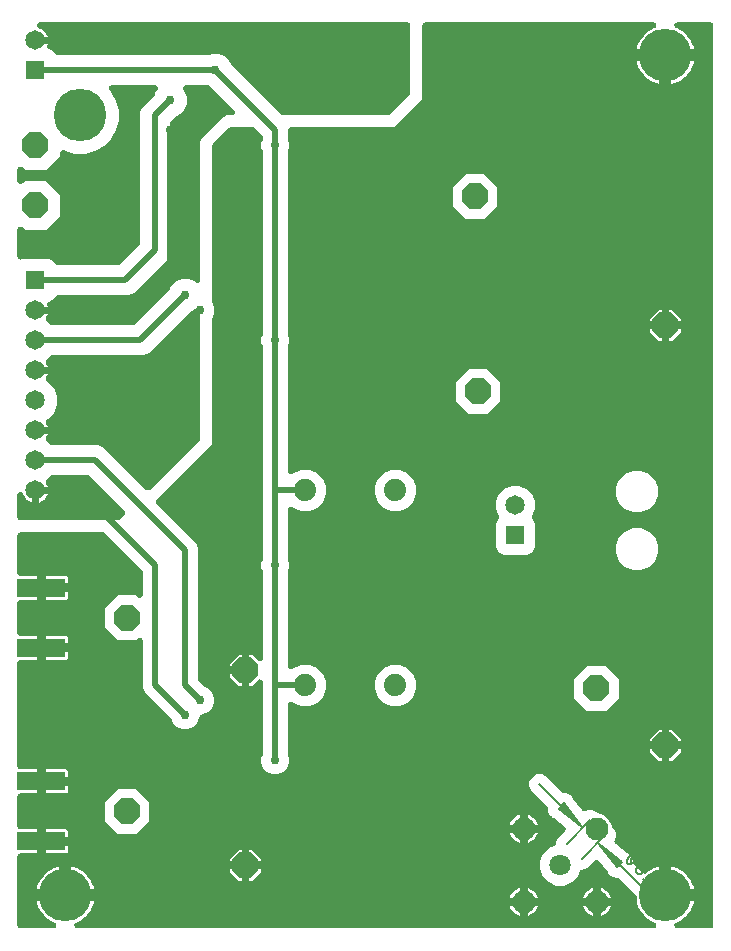
<source format=gbr>
G04 EAGLE Gerber RS-274X export*
G75*
%MOMM*%
%FSLAX34Y34*%
%LPD*%
%INBottom Copper*%
%IPPOS*%
%AMOC8*
5,1,8,0,0,1.08239X$1,22.5*%
G01*
%ADD10C,0.130000*%
%ADD11C,0.203200*%
%ADD12R,1.650000X1.650000*%
%ADD13C,1.650000*%
%ADD14P,2.336880X8X22.500000*%
%ADD15R,4.064000X1.524000*%
%ADD16C,1.800000*%
%ADD17C,1.950000*%
%ADD18C,1.879600*%
%ADD19C,4.445000*%
%ADD20C,0.756400*%
%ADD21C,0.508000*%

G36*
X40740Y10163D02*
X40740Y10163D01*
X40764Y10161D01*
X40964Y10183D01*
X41165Y10201D01*
X41188Y10207D01*
X41212Y10209D01*
X41405Y10266D01*
X41600Y10319D01*
X41621Y10329D01*
X41644Y10336D01*
X41825Y10426D01*
X42006Y10513D01*
X42025Y10526D01*
X42047Y10537D01*
X42209Y10658D01*
X42372Y10775D01*
X42389Y10792D01*
X42408Y10806D01*
X42546Y10953D01*
X42686Y11097D01*
X42700Y11117D01*
X42716Y11134D01*
X42826Y11303D01*
X42938Y11470D01*
X42948Y11492D01*
X42961Y11512D01*
X43039Y11698D01*
X43121Y11882D01*
X43126Y11905D01*
X43135Y11927D01*
X43180Y12124D01*
X43227Y12320D01*
X43229Y12343D01*
X43234Y12366D01*
X43243Y12568D01*
X43255Y12769D01*
X43252Y12793D01*
X43253Y12816D01*
X43226Y13016D01*
X43203Y13216D01*
X43196Y13239D01*
X43193Y13262D01*
X43131Y13453D01*
X43073Y13647D01*
X43062Y13668D01*
X43055Y13691D01*
X42960Y13869D01*
X42868Y14049D01*
X42854Y14067D01*
X42843Y14088D01*
X42718Y14246D01*
X42596Y14407D01*
X42579Y14423D01*
X42564Y14442D01*
X42413Y14576D01*
X42265Y14712D01*
X42245Y14725D01*
X42227Y14741D01*
X42056Y14846D01*
X41885Y14954D01*
X41863Y14963D01*
X41843Y14976D01*
X41555Y15097D01*
X41307Y15183D01*
X38801Y16390D01*
X36446Y17870D01*
X34271Y19604D01*
X32304Y21571D01*
X30570Y23746D01*
X29090Y26101D01*
X27883Y28608D01*
X26965Y31233D01*
X26557Y33021D01*
X48260Y33021D01*
X48294Y33024D01*
X48329Y33022D01*
X48518Y33044D01*
X48708Y33061D01*
X48742Y33070D01*
X48776Y33074D01*
X48959Y33129D01*
X49143Y33179D01*
X49174Y33194D01*
X49207Y33204D01*
X49378Y33291D01*
X49549Y33373D01*
X49577Y33393D01*
X49608Y33408D01*
X49760Y33524D01*
X49915Y33635D01*
X49940Y33660D01*
X49967Y33680D01*
X50096Y33821D01*
X50229Y33957D01*
X50249Y33986D01*
X50272Y34012D01*
X50375Y34173D01*
X50482Y34330D01*
X50496Y34362D01*
X50514Y34391D01*
X50587Y34568D01*
X50664Y34742D01*
X50672Y34776D01*
X50685Y34808D01*
X50725Y34995D01*
X50770Y35180D01*
X50773Y35214D01*
X50780Y35248D01*
X50799Y35560D01*
X50799Y38101D01*
X50801Y38101D01*
X50801Y35560D01*
X50804Y35526D01*
X50802Y35491D01*
X50824Y35302D01*
X50841Y35112D01*
X50850Y35078D01*
X50854Y35044D01*
X50909Y34861D01*
X50959Y34677D01*
X50974Y34646D01*
X50984Y34613D01*
X51071Y34442D01*
X51153Y34271D01*
X51173Y34242D01*
X51189Y34211D01*
X51304Y34059D01*
X51415Y33904D01*
X51440Y33880D01*
X51461Y33853D01*
X51601Y33724D01*
X51738Y33590D01*
X51766Y33571D01*
X51792Y33548D01*
X51953Y33445D01*
X52111Y33338D01*
X52142Y33324D01*
X52171Y33306D01*
X52348Y33233D01*
X52522Y33156D01*
X52556Y33148D01*
X52588Y33135D01*
X52775Y33095D01*
X52960Y33049D01*
X52994Y33047D01*
X53028Y33040D01*
X53340Y33021D01*
X75043Y33021D01*
X74635Y31233D01*
X73717Y28608D01*
X72510Y26101D01*
X71030Y23746D01*
X69296Y21571D01*
X67329Y19604D01*
X65154Y17870D01*
X62799Y16390D01*
X60293Y15183D01*
X60045Y15097D01*
X60023Y15087D01*
X60000Y15081D01*
X59819Y14995D01*
X59635Y14911D01*
X59615Y14898D01*
X59594Y14887D01*
X59430Y14770D01*
X59264Y14656D01*
X59247Y14639D01*
X59228Y14625D01*
X59087Y14480D01*
X58944Y14339D01*
X58930Y14320D01*
X58914Y14303D01*
X58801Y14136D01*
X58685Y13971D01*
X58675Y13949D01*
X58662Y13930D01*
X58580Y13746D01*
X58495Y13562D01*
X58489Y13539D01*
X58479Y13518D01*
X58432Y13322D01*
X58380Y13127D01*
X58378Y13103D01*
X58373Y13080D01*
X58360Y12879D01*
X58344Y12678D01*
X58346Y12655D01*
X58345Y12631D01*
X58368Y12430D01*
X58388Y12230D01*
X58394Y12207D01*
X58397Y12184D01*
X58456Y11990D01*
X58510Y11797D01*
X58520Y11775D01*
X58527Y11753D01*
X58619Y11573D01*
X58707Y11392D01*
X58721Y11373D01*
X58732Y11351D01*
X58854Y11191D01*
X58972Y11028D01*
X58989Y11012D01*
X59004Y10993D01*
X59152Y10856D01*
X59298Y10717D01*
X59317Y10704D01*
X59335Y10687D01*
X59505Y10579D01*
X59673Y10468D01*
X59695Y10458D01*
X59715Y10446D01*
X59901Y10369D01*
X60086Y10289D01*
X60109Y10284D01*
X60131Y10275D01*
X60329Y10232D01*
X60525Y10186D01*
X60548Y10185D01*
X60571Y10180D01*
X60883Y10161D01*
X548717Y10161D01*
X548740Y10163D01*
X548764Y10161D01*
X548964Y10183D01*
X549165Y10201D01*
X549188Y10207D01*
X549212Y10209D01*
X549405Y10266D01*
X549600Y10319D01*
X549621Y10329D01*
X549644Y10336D01*
X549825Y10426D01*
X550006Y10513D01*
X550025Y10526D01*
X550047Y10537D01*
X550209Y10658D01*
X550372Y10775D01*
X550389Y10792D01*
X550408Y10806D01*
X550546Y10953D01*
X550686Y11097D01*
X550700Y11117D01*
X550716Y11134D01*
X550826Y11303D01*
X550938Y11470D01*
X550948Y11492D01*
X550961Y11512D01*
X551039Y11698D01*
X551121Y11882D01*
X551126Y11905D01*
X551135Y11927D01*
X551180Y12124D01*
X551227Y12320D01*
X551229Y12343D01*
X551234Y12366D01*
X551243Y12568D01*
X551255Y12769D01*
X551252Y12793D01*
X551253Y12816D01*
X551226Y13016D01*
X551203Y13216D01*
X551196Y13239D01*
X551193Y13262D01*
X551131Y13453D01*
X551073Y13647D01*
X551062Y13668D01*
X551055Y13691D01*
X550960Y13869D01*
X550868Y14049D01*
X550854Y14067D01*
X550843Y14088D01*
X550718Y14246D01*
X550596Y14407D01*
X550579Y14423D01*
X550564Y14442D01*
X550413Y14576D01*
X550265Y14712D01*
X550245Y14725D01*
X550227Y14741D01*
X550056Y14846D01*
X549885Y14954D01*
X549863Y14963D01*
X549843Y14976D01*
X549555Y15097D01*
X549307Y15183D01*
X546801Y16390D01*
X544446Y17870D01*
X542271Y19604D01*
X540304Y21571D01*
X538570Y23746D01*
X537090Y26101D01*
X535883Y28608D01*
X534965Y31233D01*
X534393Y33739D01*
X534478Y33814D01*
X534537Y33889D01*
X534604Y33957D01*
X534677Y34065D01*
X534757Y34167D01*
X534802Y34251D01*
X534856Y34330D01*
X534908Y34449D01*
X534970Y34564D01*
X534999Y34655D01*
X535038Y34742D01*
X535069Y34869D01*
X535109Y34992D01*
X535122Y35087D01*
X535145Y35180D01*
X535153Y35309D01*
X535170Y35438D01*
X535166Y35534D01*
X535172Y35629D01*
X535157Y35758D01*
X535152Y35888D01*
X535131Y35981D01*
X535120Y36076D01*
X535082Y36201D01*
X535054Y36328D01*
X535018Y36416D01*
X534990Y36507D01*
X534931Y36623D01*
X534881Y36743D01*
X534829Y36824D01*
X534786Y36909D01*
X534707Y37012D01*
X534636Y37121D01*
X534550Y37219D01*
X534514Y37267D01*
X534481Y37298D01*
X534429Y37356D01*
X519477Y52308D01*
X519473Y52312D01*
X519469Y52316D01*
X519302Y52454D01*
X519132Y52597D01*
X519127Y52600D01*
X519122Y52603D01*
X518932Y52711D01*
X518741Y52820D01*
X518735Y52822D01*
X518731Y52825D01*
X518523Y52898D01*
X518316Y52971D01*
X518311Y52972D01*
X518306Y52974D01*
X517999Y53032D01*
X517385Y53109D01*
X517382Y53109D01*
X517379Y53110D01*
X517068Y53129D01*
X516031Y53129D01*
X515825Y53215D01*
X515650Y53269D01*
X515477Y53330D01*
X515426Y53340D01*
X515395Y53349D01*
X515333Y53357D01*
X515170Y53388D01*
X514948Y53416D01*
X514048Y53929D01*
X514045Y53930D01*
X514043Y53932D01*
X513762Y54069D01*
X512805Y54466D01*
X512646Y54624D01*
X512506Y54741D01*
X512370Y54863D01*
X512326Y54892D01*
X512301Y54913D01*
X512247Y54944D01*
X512108Y55035D01*
X511914Y55145D01*
X511278Y55964D01*
X511276Y55966D01*
X511275Y55968D01*
X511068Y56202D01*
X510335Y56935D01*
X510250Y57142D01*
X510165Y57304D01*
X510085Y57469D01*
X510056Y57512D01*
X510041Y57541D01*
X510003Y57591D01*
X509909Y57727D01*
X502643Y67088D01*
X502511Y67229D01*
X502383Y67375D01*
X502358Y67394D01*
X502336Y67418D01*
X502181Y67534D01*
X502030Y67654D01*
X502002Y67669D01*
X501976Y67688D01*
X501803Y67775D01*
X501633Y67867D01*
X501603Y67876D01*
X501574Y67891D01*
X501388Y67946D01*
X501205Y68006D01*
X501173Y68010D01*
X501142Y68019D01*
X500950Y68041D01*
X500759Y68067D01*
X500727Y68066D01*
X500695Y68069D01*
X500502Y68057D01*
X500309Y68049D01*
X500277Y68042D01*
X500246Y68040D01*
X500058Y67993D01*
X499869Y67951D01*
X499840Y67939D01*
X499809Y67931D01*
X499632Y67852D01*
X499454Y67778D01*
X499427Y67760D01*
X499398Y67747D01*
X499238Y67638D01*
X499075Y67533D01*
X499046Y67508D01*
X499026Y67494D01*
X498983Y67452D01*
X498841Y67326D01*
X492834Y61319D01*
X489608Y59983D01*
X488680Y59983D01*
X488468Y59964D01*
X488257Y59947D01*
X488245Y59944D01*
X488231Y59943D01*
X488026Y59887D01*
X487822Y59833D01*
X487810Y59828D01*
X487797Y59824D01*
X487606Y59734D01*
X487413Y59644D01*
X487402Y59637D01*
X487390Y59631D01*
X487219Y59508D01*
X487044Y59386D01*
X487035Y59376D01*
X487024Y59369D01*
X486876Y59216D01*
X486727Y59066D01*
X486719Y59056D01*
X486710Y59046D01*
X486591Y58870D01*
X486471Y58696D01*
X486464Y58682D01*
X486458Y58673D01*
X486442Y58637D01*
X486334Y58415D01*
X484421Y53797D01*
X479603Y48979D01*
X473307Y46371D01*
X466493Y46371D01*
X460197Y48979D01*
X455379Y53797D01*
X452771Y60093D01*
X452771Y66907D01*
X455379Y73203D01*
X460197Y78021D01*
X464815Y79934D01*
X465003Y80032D01*
X465192Y80128D01*
X465202Y80136D01*
X465214Y80142D01*
X465382Y80272D01*
X465551Y80400D01*
X465560Y80410D01*
X465570Y80418D01*
X465712Y80576D01*
X465856Y80731D01*
X465863Y80742D01*
X465872Y80752D01*
X465984Y80932D01*
X466098Y81111D01*
X466103Y81123D01*
X466110Y81135D01*
X466188Y81331D01*
X466269Y81528D01*
X466272Y81541D01*
X466276Y81553D01*
X466319Y81761D01*
X466363Y81968D01*
X466364Y81984D01*
X466367Y81994D01*
X466367Y82033D01*
X466383Y82280D01*
X466383Y83208D01*
X467719Y86434D01*
X473726Y92441D01*
X473851Y92590D01*
X473978Y92735D01*
X473995Y92762D01*
X474015Y92787D01*
X474111Y92955D01*
X474211Y93120D01*
X474223Y93150D01*
X474239Y93178D01*
X474303Y93360D01*
X474373Y93540D01*
X474379Y93572D01*
X474389Y93602D01*
X474421Y93793D01*
X474457Y93983D01*
X474458Y94015D01*
X474463Y94046D01*
X474460Y94240D01*
X474462Y94433D01*
X474457Y94464D01*
X474457Y94496D01*
X474420Y94687D01*
X474388Y94877D01*
X474377Y94907D01*
X474371Y94938D01*
X474302Y95119D01*
X474236Y95301D01*
X474220Y95329D01*
X474209Y95358D01*
X474109Y95524D01*
X474012Y95691D01*
X473992Y95716D01*
X473975Y95743D01*
X473847Y95888D01*
X473722Y96036D01*
X473693Y96062D01*
X473677Y96081D01*
X473630Y96118D01*
X473488Y96243D01*
X464127Y103509D01*
X463973Y103608D01*
X463823Y103712D01*
X463776Y103735D01*
X463748Y103753D01*
X463690Y103777D01*
X463542Y103850D01*
X463335Y103935D01*
X462602Y104668D01*
X462600Y104670D01*
X462598Y104672D01*
X462364Y104878D01*
X461545Y105514D01*
X461435Y105708D01*
X461330Y105859D01*
X461231Y106012D01*
X461196Y106051D01*
X461178Y106078D01*
X461134Y106122D01*
X461024Y106246D01*
X460866Y106405D01*
X460469Y107362D01*
X460468Y107364D01*
X460467Y107367D01*
X460329Y107648D01*
X459816Y108548D01*
X459788Y108770D01*
X459749Y108949D01*
X459716Y109129D01*
X459699Y109178D01*
X459692Y109210D01*
X459668Y109268D01*
X459615Y109425D01*
X459529Y109631D01*
X459529Y110668D01*
X459529Y110670D01*
X459529Y110673D01*
X459509Y110985D01*
X459432Y111599D01*
X459431Y111604D01*
X459431Y111610D01*
X459383Y111822D01*
X459336Y112039D01*
X459334Y112044D01*
X459333Y112049D01*
X459248Y112251D01*
X459164Y112455D01*
X459162Y112459D01*
X459159Y112465D01*
X459039Y112651D01*
X458922Y112834D01*
X458918Y112838D01*
X458915Y112843D01*
X458708Y113077D01*
X444738Y127047D01*
X443402Y130273D01*
X443402Y133766D01*
X444738Y136992D01*
X447208Y139462D01*
X450434Y140798D01*
X453927Y140798D01*
X457153Y139462D01*
X471123Y125492D01*
X471127Y125488D01*
X471131Y125484D01*
X471299Y125345D01*
X471468Y125203D01*
X471473Y125200D01*
X471478Y125197D01*
X471671Y125087D01*
X471859Y124980D01*
X471865Y124978D01*
X471869Y124975D01*
X472077Y124902D01*
X472284Y124829D01*
X472289Y124828D01*
X472294Y124826D01*
X472601Y124768D01*
X473215Y124691D01*
X473218Y124691D01*
X473221Y124690D01*
X473532Y124671D01*
X474569Y124671D01*
X474775Y124585D01*
X474890Y124549D01*
X474911Y124541D01*
X474931Y124537D01*
X474950Y124531D01*
X475123Y124470D01*
X475174Y124460D01*
X475205Y124451D01*
X475267Y124443D01*
X475430Y124412D01*
X475652Y124384D01*
X476552Y123871D01*
X476555Y123870D01*
X476557Y123868D01*
X476838Y123731D01*
X477795Y123334D01*
X477954Y123176D01*
X478094Y123059D01*
X478230Y122937D01*
X478274Y122908D01*
X478299Y122887D01*
X478353Y122856D01*
X478492Y122765D01*
X478686Y122655D01*
X479322Y121836D01*
X479324Y121834D01*
X479325Y121832D01*
X479532Y121598D01*
X480265Y120865D01*
X480350Y120658D01*
X480435Y120496D01*
X480515Y120331D01*
X480544Y120288D01*
X480559Y120259D01*
X480597Y120210D01*
X480691Y120073D01*
X488327Y110236D01*
X488426Y110129D01*
X488519Y110016D01*
X488579Y109964D01*
X488634Y109906D01*
X488750Y109818D01*
X488861Y109724D01*
X488930Y109684D01*
X488994Y109636D01*
X489124Y109570D01*
X489250Y109496D01*
X489325Y109469D01*
X489396Y109433D01*
X489536Y109391D01*
X489672Y109341D01*
X489751Y109327D01*
X489827Y109305D01*
X489972Y109288D01*
X490116Y109263D01*
X490196Y109263D01*
X490275Y109254D01*
X490420Y109264D01*
X490566Y109265D01*
X490644Y109279D01*
X490724Y109284D01*
X490865Y109319D01*
X491009Y109345D01*
X491108Y109379D01*
X491161Y109393D01*
X491210Y109415D01*
X491305Y109447D01*
X493554Y110379D01*
X497046Y110379D01*
X500273Y109042D01*
X501350Y107965D01*
X501476Y107859D01*
X501597Y107748D01*
X501649Y107715D01*
X501695Y107676D01*
X501838Y107594D01*
X501977Y107506D01*
X502033Y107483D01*
X502086Y107453D01*
X502242Y107397D01*
X502394Y107335D01*
X502453Y107322D01*
X502511Y107302D01*
X502673Y107275D01*
X502834Y107240D01*
X502911Y107236D01*
X502955Y107228D01*
X503016Y107229D01*
X503146Y107221D01*
X503396Y107221D01*
X506623Y105885D01*
X507838Y104669D01*
X507871Y104641D01*
X507900Y104609D01*
X508141Y104410D01*
X508895Y103863D01*
X510263Y102495D01*
X510810Y101741D01*
X510839Y101709D01*
X510862Y101672D01*
X511069Y101438D01*
X512285Y100223D01*
X513621Y96996D01*
X513621Y96746D01*
X513636Y96582D01*
X513642Y96418D01*
X513656Y96358D01*
X513661Y96297D01*
X513704Y96138D01*
X513740Y95978D01*
X513764Y95922D01*
X513780Y95863D01*
X513850Y95715D01*
X513914Y95562D01*
X513947Y95511D01*
X513973Y95456D01*
X514069Y95323D01*
X514158Y95184D01*
X514209Y95126D01*
X514235Y95090D01*
X514279Y95048D01*
X514365Y94950D01*
X515442Y93873D01*
X516779Y90646D01*
X516779Y87154D01*
X515847Y84905D01*
X515803Y84765D01*
X515751Y84629D01*
X515736Y84551D01*
X515712Y84475D01*
X515694Y84330D01*
X515667Y84187D01*
X515666Y84107D01*
X515656Y84028D01*
X515663Y83882D01*
X515661Y83737D01*
X515675Y83658D01*
X515679Y83579D01*
X515712Y83437D01*
X515736Y83293D01*
X515763Y83218D01*
X515781Y83140D01*
X515838Y83006D01*
X515887Y82869D01*
X515927Y82800D01*
X515959Y82726D01*
X516039Y82605D01*
X516112Y82478D01*
X516163Y82417D01*
X516207Y82351D01*
X516307Y82245D01*
X516401Y82133D01*
X516480Y82065D01*
X516518Y82025D01*
X516561Y81993D01*
X516636Y81927D01*
X526473Y74291D01*
X526627Y74192D01*
X526777Y74088D01*
X526824Y74065D01*
X526852Y74047D01*
X526910Y74023D01*
X527058Y73950D01*
X527265Y73865D01*
X527998Y73132D01*
X528000Y73130D01*
X528002Y73128D01*
X528236Y72922D01*
X529055Y72286D01*
X529165Y72092D01*
X529270Y71941D01*
X529369Y71788D01*
X529404Y71749D01*
X529422Y71722D01*
X529466Y71678D01*
X529576Y71554D01*
X529734Y71395D01*
X530131Y70438D01*
X530132Y70436D01*
X530133Y70433D01*
X530271Y70152D01*
X530784Y69252D01*
X530812Y69030D01*
X530851Y68851D01*
X530884Y68671D01*
X530901Y68622D01*
X530907Y68590D01*
X530932Y68532D01*
X530985Y68375D01*
X531071Y68169D01*
X531071Y67132D01*
X531071Y67130D01*
X531071Y67127D01*
X531091Y66815D01*
X531168Y66201D01*
X531169Y66196D01*
X531169Y66190D01*
X531217Y65978D01*
X531264Y65761D01*
X531266Y65756D01*
X531267Y65751D01*
X531350Y65552D01*
X531435Y65345D01*
X531439Y65341D01*
X531441Y65335D01*
X531560Y65151D01*
X531678Y64966D01*
X531682Y64962D01*
X531685Y64957D01*
X531892Y64723D01*
X539414Y57201D01*
X539504Y57125D01*
X539588Y57043D01*
X539676Y56981D01*
X539759Y56912D01*
X539862Y56854D01*
X539958Y56787D01*
X540057Y56742D01*
X540150Y56689D01*
X540261Y56649D01*
X540368Y56601D01*
X540473Y56574D01*
X540575Y56538D01*
X540691Y56519D01*
X540805Y56490D01*
X540912Y56482D01*
X541019Y56464D01*
X541136Y56466D01*
X541254Y56458D01*
X541361Y56469D01*
X541469Y56471D01*
X541584Y56493D01*
X541701Y56505D01*
X541805Y56536D01*
X541911Y56556D01*
X542021Y56598D01*
X542134Y56631D01*
X542230Y56679D01*
X542331Y56718D01*
X542432Y56779D01*
X542537Y56832D01*
X542662Y56920D01*
X542716Y56952D01*
X542743Y56977D01*
X542793Y57011D01*
X544446Y58330D01*
X546801Y59810D01*
X549308Y61017D01*
X551933Y61935D01*
X553721Y62343D01*
X553721Y41631D01*
X553731Y41515D01*
X553732Y41398D01*
X553751Y41291D01*
X553761Y41183D01*
X553791Y41070D01*
X553807Y40984D01*
X553807Y40640D01*
X553810Y40606D01*
X553808Y40571D01*
X553830Y40382D01*
X553847Y40192D01*
X553856Y40158D01*
X553860Y40124D01*
X553916Y39941D01*
X553966Y39757D01*
X553980Y39726D01*
X553991Y39693D01*
X554077Y39522D01*
X554159Y39351D01*
X554179Y39323D01*
X554195Y39292D01*
X554310Y39140D01*
X554421Y38985D01*
X554446Y38960D01*
X554467Y38933D01*
X554607Y38804D01*
X554744Y38671D01*
X554773Y38651D01*
X554798Y38628D01*
X554959Y38525D01*
X555117Y38418D01*
X555149Y38404D01*
X555178Y38386D01*
X555354Y38313D01*
X555529Y38236D01*
X555562Y38228D01*
X555594Y38215D01*
X555781Y38175D01*
X555966Y38130D01*
X556001Y38127D01*
X556035Y38120D01*
X556346Y38101D01*
X558801Y38101D01*
X558801Y35560D01*
X558804Y35526D01*
X558802Y35491D01*
X558824Y35302D01*
X558841Y35112D01*
X558850Y35078D01*
X558854Y35044D01*
X558909Y34861D01*
X558959Y34677D01*
X558974Y34646D01*
X558984Y34613D01*
X559071Y34442D01*
X559153Y34271D01*
X559173Y34242D01*
X559189Y34211D01*
X559304Y34059D01*
X559415Y33904D01*
X559440Y33880D01*
X559461Y33853D01*
X559601Y33724D01*
X559738Y33590D01*
X559766Y33571D01*
X559792Y33548D01*
X559953Y33445D01*
X560111Y33338D01*
X560142Y33324D01*
X560171Y33306D01*
X560348Y33233D01*
X560522Y33156D01*
X560556Y33148D01*
X560588Y33135D01*
X560775Y33095D01*
X560960Y33049D01*
X560994Y33047D01*
X561028Y33040D01*
X561340Y33021D01*
X583043Y33021D01*
X582635Y31233D01*
X581717Y28608D01*
X580510Y26101D01*
X579030Y23746D01*
X577296Y21571D01*
X575329Y19604D01*
X573154Y17870D01*
X570799Y16390D01*
X568293Y15183D01*
X568045Y15097D01*
X568023Y15087D01*
X568000Y15081D01*
X567819Y14995D01*
X567635Y14911D01*
X567615Y14898D01*
X567594Y14887D01*
X567430Y14770D01*
X567264Y14656D01*
X567247Y14639D01*
X567228Y14625D01*
X567087Y14480D01*
X566944Y14339D01*
X566930Y14320D01*
X566914Y14303D01*
X566801Y14136D01*
X566685Y13971D01*
X566675Y13949D01*
X566662Y13930D01*
X566580Y13746D01*
X566495Y13562D01*
X566489Y13539D01*
X566479Y13518D01*
X566432Y13322D01*
X566380Y13127D01*
X566378Y13103D01*
X566373Y13080D01*
X566360Y12879D01*
X566344Y12678D01*
X566346Y12655D01*
X566345Y12631D01*
X566368Y12430D01*
X566388Y12230D01*
X566394Y12207D01*
X566397Y12184D01*
X566456Y11990D01*
X566510Y11797D01*
X566520Y11775D01*
X566527Y11753D01*
X566619Y11573D01*
X566707Y11392D01*
X566721Y11373D01*
X566732Y11351D01*
X566854Y11191D01*
X566972Y11028D01*
X566989Y11012D01*
X567004Y10993D01*
X567152Y10856D01*
X567298Y10717D01*
X567317Y10704D01*
X567335Y10687D01*
X567505Y10579D01*
X567673Y10468D01*
X567695Y10458D01*
X567715Y10446D01*
X567901Y10369D01*
X568086Y10289D01*
X568109Y10284D01*
X568131Y10275D01*
X568329Y10232D01*
X568525Y10186D01*
X568548Y10185D01*
X568571Y10180D01*
X568883Y10161D01*
X596900Y10161D01*
X596935Y10164D01*
X596969Y10162D01*
X597158Y10184D01*
X597349Y10201D01*
X597382Y10210D01*
X597416Y10214D01*
X597599Y10269D01*
X597783Y10319D01*
X597814Y10334D01*
X597847Y10344D01*
X598018Y10431D01*
X598190Y10513D01*
X598218Y10533D01*
X598249Y10548D01*
X598401Y10664D01*
X598556Y10775D01*
X598580Y10800D01*
X598607Y10820D01*
X598736Y10960D01*
X598870Y11097D01*
X598889Y11126D01*
X598913Y11152D01*
X599015Y11313D01*
X599122Y11470D01*
X599136Y11502D01*
X599154Y11531D01*
X599227Y11708D01*
X599304Y11882D01*
X599312Y11916D01*
X599325Y11948D01*
X599365Y12135D01*
X599411Y12320D01*
X599413Y12354D01*
X599420Y12388D01*
X599439Y12700D01*
X599439Y774700D01*
X599436Y774735D01*
X599438Y774769D01*
X599416Y774958D01*
X599399Y775149D01*
X599390Y775182D01*
X599386Y775216D01*
X599331Y775399D01*
X599281Y775583D01*
X599266Y775614D01*
X599256Y775647D01*
X599169Y775818D01*
X599087Y775990D01*
X599067Y776018D01*
X599052Y776049D01*
X598936Y776201D01*
X598825Y776356D01*
X598800Y776380D01*
X598780Y776407D01*
X598640Y776536D01*
X598503Y776670D01*
X598474Y776689D01*
X598448Y776713D01*
X598287Y776815D01*
X598130Y776922D01*
X598098Y776936D01*
X598069Y776954D01*
X597892Y777027D01*
X597718Y777104D01*
X597684Y777112D01*
X597652Y777125D01*
X597465Y777165D01*
X597280Y777211D01*
X597246Y777213D01*
X597212Y777220D01*
X596900Y777239D01*
X568883Y777239D01*
X568860Y777237D01*
X568836Y777239D01*
X568636Y777217D01*
X568435Y777199D01*
X568412Y777193D01*
X568388Y777191D01*
X568195Y777134D01*
X568000Y777081D01*
X567979Y777071D01*
X567956Y777064D01*
X567775Y776974D01*
X567594Y776887D01*
X567575Y776874D01*
X567553Y776863D01*
X567391Y776742D01*
X567228Y776625D01*
X567211Y776608D01*
X567192Y776594D01*
X567055Y776447D01*
X566914Y776303D01*
X566900Y776283D01*
X566884Y776266D01*
X566774Y776096D01*
X566662Y775930D01*
X566652Y775908D01*
X566639Y775888D01*
X566561Y775702D01*
X566479Y775518D01*
X566474Y775495D01*
X566465Y775473D01*
X566420Y775276D01*
X566373Y775080D01*
X566371Y775057D01*
X566366Y775034D01*
X566357Y774832D01*
X566345Y774631D01*
X566348Y774607D01*
X566347Y774584D01*
X566374Y774384D01*
X566397Y774184D01*
X566404Y774161D01*
X566407Y774138D01*
X566469Y773947D01*
X566527Y773753D01*
X566538Y773731D01*
X566545Y773709D01*
X566640Y773531D01*
X566732Y773351D01*
X566746Y773333D01*
X566757Y773312D01*
X566882Y773153D01*
X567004Y772993D01*
X567021Y772977D01*
X567036Y772958D01*
X567186Y772825D01*
X567335Y772688D01*
X567355Y772675D01*
X567373Y772659D01*
X567544Y772554D01*
X567715Y772446D01*
X567737Y772437D01*
X567757Y772424D01*
X568045Y772303D01*
X568292Y772217D01*
X570799Y771010D01*
X573154Y769530D01*
X575329Y767796D01*
X577296Y765829D01*
X579030Y763654D01*
X580510Y761299D01*
X581717Y758792D01*
X582635Y756167D01*
X583043Y754379D01*
X561340Y754379D01*
X561306Y754376D01*
X561271Y754378D01*
X561082Y754356D01*
X560892Y754339D01*
X560858Y754330D01*
X560824Y754326D01*
X560641Y754271D01*
X560457Y754221D01*
X560426Y754206D01*
X560393Y754196D01*
X560222Y754109D01*
X560051Y754027D01*
X560023Y754007D01*
X559992Y753992D01*
X559840Y753876D01*
X559685Y753765D01*
X559660Y753740D01*
X559633Y753720D01*
X559504Y753579D01*
X559371Y753443D01*
X559351Y753414D01*
X559328Y753388D01*
X559225Y753227D01*
X559118Y753069D01*
X559104Y753038D01*
X559086Y753009D01*
X559013Y752832D01*
X558936Y752658D01*
X558928Y752624D01*
X558915Y752592D01*
X558875Y752405D01*
X558830Y752220D01*
X558827Y752186D01*
X558820Y752152D01*
X558801Y751840D01*
X558801Y749299D01*
X558799Y749299D01*
X558799Y751840D01*
X558796Y751874D01*
X558798Y751909D01*
X558776Y752098D01*
X558759Y752288D01*
X558750Y752322D01*
X558746Y752356D01*
X558691Y752539D01*
X558641Y752723D01*
X558626Y752754D01*
X558616Y752787D01*
X558529Y752958D01*
X558447Y753129D01*
X558427Y753158D01*
X558411Y753188D01*
X558296Y753340D01*
X558185Y753496D01*
X558160Y753520D01*
X558139Y753547D01*
X557999Y753676D01*
X557862Y753810D01*
X557834Y753829D01*
X557808Y753852D01*
X557647Y753955D01*
X557489Y754062D01*
X557458Y754076D01*
X557429Y754094D01*
X557252Y754167D01*
X557078Y754244D01*
X557044Y754252D01*
X557012Y754265D01*
X556825Y754305D01*
X556640Y754351D01*
X556606Y754353D01*
X556572Y754360D01*
X556260Y754379D01*
X534557Y754379D01*
X534965Y756167D01*
X535883Y758792D01*
X537090Y761299D01*
X538570Y763654D01*
X540304Y765829D01*
X542271Y767796D01*
X544446Y769530D01*
X546801Y771010D01*
X549308Y772217D01*
X549555Y772303D01*
X549577Y772313D01*
X549600Y772319D01*
X549781Y772405D01*
X549965Y772489D01*
X549985Y772502D01*
X550006Y772513D01*
X550170Y772630D01*
X550336Y772744D01*
X550353Y772761D01*
X550372Y772775D01*
X550513Y772919D01*
X550656Y773061D01*
X550670Y773080D01*
X550686Y773097D01*
X550799Y773264D01*
X550915Y773429D01*
X550925Y773451D01*
X550938Y773470D01*
X551020Y773655D01*
X551105Y773838D01*
X551111Y773861D01*
X551121Y773882D01*
X551169Y774079D01*
X551220Y774273D01*
X551222Y774297D01*
X551227Y774320D01*
X551240Y774521D01*
X551256Y774722D01*
X551254Y774745D01*
X551255Y774769D01*
X551232Y774969D01*
X551212Y775170D01*
X551206Y775193D01*
X551203Y775216D01*
X551145Y775409D01*
X551090Y775603D01*
X551079Y775625D01*
X551073Y775647D01*
X550981Y775827D01*
X550893Y776008D01*
X550879Y776028D01*
X550868Y776049D01*
X550747Y776209D01*
X550628Y776372D01*
X550611Y776389D01*
X550596Y776407D01*
X550448Y776544D01*
X550302Y776683D01*
X550283Y776696D01*
X550265Y776713D01*
X550095Y776821D01*
X549927Y776932D01*
X549905Y776942D01*
X549885Y776954D01*
X549699Y777031D01*
X549514Y777111D01*
X549491Y777116D01*
X549469Y777125D01*
X549271Y777168D01*
X549075Y777214D01*
X549052Y777215D01*
X549029Y777220D01*
X548717Y777239D01*
X355600Y777239D01*
X355566Y777236D01*
X355531Y777238D01*
X355342Y777216D01*
X355152Y777199D01*
X355118Y777190D01*
X355084Y777186D01*
X354901Y777131D01*
X354717Y777081D01*
X354686Y777066D01*
X354653Y777056D01*
X354482Y776969D01*
X354311Y776887D01*
X354282Y776867D01*
X354251Y776852D01*
X354099Y776736D01*
X353944Y776625D01*
X353920Y776600D01*
X353893Y776580D01*
X353764Y776440D01*
X353630Y776303D01*
X353611Y776274D01*
X353588Y776248D01*
X353485Y776087D01*
X353378Y775930D01*
X353364Y775898D01*
X353346Y775869D01*
X353273Y775692D01*
X353196Y775518D01*
X353188Y775484D01*
X353175Y775452D01*
X353135Y775265D01*
X353089Y775080D01*
X353087Y775046D01*
X353080Y775012D01*
X353061Y774700D01*
X353061Y712252D01*
X329148Y688339D01*
X241808Y688339D01*
X241773Y688336D01*
X241739Y688338D01*
X241550Y688316D01*
X241359Y688299D01*
X241326Y688290D01*
X241292Y688286D01*
X241109Y688231D01*
X240925Y688181D01*
X240894Y688166D01*
X240861Y688156D01*
X240690Y688069D01*
X240518Y687987D01*
X240490Y687967D01*
X240459Y687952D01*
X240307Y687836D01*
X240152Y687725D01*
X240128Y687700D01*
X240101Y687680D01*
X239972Y687540D01*
X239838Y687403D01*
X239819Y687374D01*
X239795Y687348D01*
X239693Y687187D01*
X239586Y687030D01*
X239572Y686998D01*
X239554Y686969D01*
X239481Y686792D01*
X239404Y686618D01*
X239396Y686584D01*
X239383Y686552D01*
X239343Y686365D01*
X239297Y686180D01*
X239295Y686146D01*
X239288Y686112D01*
X239269Y685800D01*
X239269Y678973D01*
X239279Y678856D01*
X239279Y678739D01*
X239299Y678633D01*
X239309Y678524D01*
X239339Y678411D01*
X239360Y678297D01*
X239411Y678150D01*
X239427Y678090D01*
X239443Y678057D01*
X239462Y678001D01*
X240511Y675469D01*
X240511Y670731D01*
X239462Y668199D01*
X239427Y668087D01*
X239383Y667979D01*
X239360Y667873D01*
X239327Y667769D01*
X239313Y667653D01*
X239288Y667539D01*
X239278Y667385D01*
X239271Y667323D01*
X239272Y667286D01*
X239269Y667227D01*
X239269Y513873D01*
X239279Y513756D01*
X239279Y513639D01*
X239299Y513533D01*
X239309Y513424D01*
X239339Y513311D01*
X239360Y513197D01*
X239411Y513050D01*
X239427Y512990D01*
X239443Y512957D01*
X239462Y512901D01*
X240511Y510369D01*
X240511Y505631D01*
X239462Y503099D01*
X239427Y502987D01*
X239383Y502879D01*
X239360Y502773D01*
X239327Y502669D01*
X239313Y502553D01*
X239288Y502439D01*
X239278Y502285D01*
X239271Y502223D01*
X239272Y502186D01*
X239269Y502127D01*
X239269Y397186D01*
X239280Y397056D01*
X239282Y396926D01*
X239300Y396832D01*
X239309Y396737D01*
X239343Y396612D01*
X239368Y396484D01*
X239402Y396395D01*
X239427Y396303D01*
X239483Y396185D01*
X239530Y396064D01*
X239580Y395982D01*
X239621Y395896D01*
X239696Y395791D01*
X239764Y395679D01*
X239827Y395608D01*
X239883Y395530D01*
X239976Y395439D01*
X240062Y395342D01*
X240137Y395283D01*
X240205Y395216D01*
X240313Y395143D01*
X240415Y395062D01*
X240499Y395017D01*
X240578Y394964D01*
X240697Y394911D01*
X240812Y394850D01*
X240903Y394820D01*
X240990Y394782D01*
X241116Y394751D01*
X241240Y394711D01*
X241335Y394698D01*
X241428Y394675D01*
X241557Y394667D01*
X241686Y394649D01*
X241782Y394653D01*
X241877Y394647D01*
X242006Y394662D01*
X242136Y394668D01*
X242229Y394688D01*
X242324Y394699D01*
X242449Y394737D01*
X242576Y394765D01*
X242664Y394802D01*
X242755Y394830D01*
X242871Y394889D01*
X242991Y394939D01*
X243071Y394991D01*
X243157Y395034D01*
X243260Y395113D01*
X243369Y395183D01*
X243467Y395269D01*
X243515Y395306D01*
X243546Y395339D01*
X243604Y395390D01*
X244072Y395858D01*
X250514Y398527D01*
X257486Y398527D01*
X263928Y395858D01*
X268858Y390928D01*
X271527Y384486D01*
X271527Y377514D01*
X268858Y371072D01*
X263928Y366142D01*
X257486Y363473D01*
X250514Y363473D01*
X244072Y366142D01*
X243604Y366610D01*
X243504Y366693D01*
X243411Y366784D01*
X243331Y366838D01*
X243258Y366899D01*
X243145Y366963D01*
X243038Y367036D01*
X242950Y367075D01*
X242867Y367122D01*
X242745Y367166D01*
X242626Y367218D01*
X242533Y367241D01*
X242443Y367273D01*
X242315Y367294D01*
X242188Y367325D01*
X242093Y367331D01*
X241999Y367347D01*
X241869Y367345D01*
X241739Y367353D01*
X241644Y367342D01*
X241549Y367340D01*
X241421Y367316D01*
X241292Y367301D01*
X241200Y367273D01*
X241106Y367255D01*
X240985Y367208D01*
X240861Y367170D01*
X240776Y367127D01*
X240686Y367093D01*
X240575Y367025D01*
X240459Y366966D01*
X240383Y366908D01*
X240302Y366859D01*
X240204Y366773D01*
X240101Y366694D01*
X240036Y366624D01*
X239964Y366561D01*
X239884Y366459D01*
X239795Y366363D01*
X239744Y366282D01*
X239685Y366207D01*
X239624Y366093D01*
X239554Y365983D01*
X239517Y365895D01*
X239472Y365811D01*
X239432Y365687D01*
X239383Y365567D01*
X239363Y365473D01*
X239333Y365382D01*
X239315Y365254D01*
X239288Y365126D01*
X239280Y364996D01*
X239272Y364936D01*
X239273Y364892D01*
X239269Y364814D01*
X239269Y323373D01*
X239279Y323256D01*
X239279Y323139D01*
X239299Y323033D01*
X239309Y322924D01*
X239339Y322811D01*
X239360Y322697D01*
X239411Y322550D01*
X239427Y322490D01*
X239443Y322457D01*
X239462Y322401D01*
X240511Y319869D01*
X240511Y315131D01*
X239462Y312599D01*
X239427Y312487D01*
X239383Y312379D01*
X239360Y312273D01*
X239327Y312169D01*
X239313Y312053D01*
X239288Y311939D01*
X239278Y311785D01*
X239271Y311723D01*
X239272Y311686D01*
X239269Y311627D01*
X239269Y232086D01*
X239280Y231956D01*
X239282Y231826D01*
X239300Y231732D01*
X239309Y231637D01*
X239343Y231512D01*
X239368Y231384D01*
X239402Y231295D01*
X239427Y231203D01*
X239483Y231085D01*
X239530Y230964D01*
X239580Y230882D01*
X239621Y230796D01*
X239696Y230691D01*
X239764Y230579D01*
X239827Y230508D01*
X239883Y230430D01*
X239976Y230339D01*
X240062Y230242D01*
X240137Y230183D01*
X240205Y230116D01*
X240313Y230043D01*
X240415Y229962D01*
X240499Y229917D01*
X240578Y229864D01*
X240697Y229811D01*
X240812Y229750D01*
X240903Y229720D01*
X240990Y229682D01*
X241116Y229651D01*
X241240Y229611D01*
X241335Y229598D01*
X241428Y229575D01*
X241557Y229567D01*
X241686Y229549D01*
X241782Y229553D01*
X241877Y229547D01*
X242006Y229562D01*
X242136Y229568D01*
X242229Y229588D01*
X242324Y229599D01*
X242449Y229637D01*
X242576Y229665D01*
X242664Y229702D01*
X242755Y229730D01*
X242871Y229789D01*
X242991Y229839D01*
X243071Y229891D01*
X243157Y229934D01*
X243260Y230013D01*
X243369Y230083D01*
X243467Y230169D01*
X243515Y230206D01*
X243546Y230239D01*
X243604Y230290D01*
X244072Y230758D01*
X250514Y233427D01*
X257486Y233427D01*
X263928Y230758D01*
X268858Y225828D01*
X271527Y219386D01*
X271527Y212414D01*
X268858Y205972D01*
X263928Y201042D01*
X257486Y198373D01*
X250514Y198373D01*
X244072Y201042D01*
X243604Y201510D01*
X243504Y201593D01*
X243411Y201684D01*
X243331Y201738D01*
X243258Y201799D01*
X243145Y201863D01*
X243038Y201936D01*
X242950Y201975D01*
X242867Y202022D01*
X242745Y202066D01*
X242626Y202118D01*
X242533Y202141D01*
X242443Y202173D01*
X242315Y202194D01*
X242188Y202225D01*
X242093Y202231D01*
X241999Y202247D01*
X241869Y202245D01*
X241739Y202253D01*
X241644Y202242D01*
X241549Y202240D01*
X241421Y202216D01*
X241292Y202201D01*
X241200Y202173D01*
X241106Y202155D01*
X240985Y202108D01*
X240861Y202070D01*
X240776Y202027D01*
X240686Y201993D01*
X240575Y201925D01*
X240459Y201866D01*
X240383Y201808D01*
X240302Y201759D01*
X240204Y201673D01*
X240101Y201594D01*
X240036Y201524D01*
X239964Y201461D01*
X239884Y201359D01*
X239795Y201263D01*
X239744Y201182D01*
X239685Y201107D01*
X239624Y200993D01*
X239554Y200883D01*
X239517Y200795D01*
X239472Y200711D01*
X239432Y200587D01*
X239383Y200467D01*
X239363Y200373D01*
X239333Y200282D01*
X239315Y200154D01*
X239288Y200026D01*
X239280Y199896D01*
X239272Y199836D01*
X239273Y199792D01*
X239269Y199714D01*
X239269Y158273D01*
X239279Y158156D01*
X239279Y158039D01*
X239299Y157933D01*
X239309Y157824D01*
X239339Y157711D01*
X239360Y157597D01*
X239411Y157450D01*
X239427Y157390D01*
X239443Y157357D01*
X239462Y157301D01*
X240511Y154769D01*
X240511Y150031D01*
X238697Y145653D01*
X235347Y142303D01*
X230969Y140489D01*
X226231Y140489D01*
X221853Y142303D01*
X218503Y145653D01*
X216689Y150031D01*
X216689Y154769D01*
X217738Y157301D01*
X217773Y157413D01*
X217817Y157521D01*
X217840Y157627D01*
X217873Y157731D01*
X217887Y157847D01*
X217912Y157961D01*
X217922Y158115D01*
X217929Y158177D01*
X217928Y158214D01*
X217931Y158273D01*
X217931Y218341D01*
X217920Y218471D01*
X217918Y218601D01*
X217900Y218695D01*
X217891Y218790D01*
X217857Y218915D01*
X217832Y219043D01*
X217798Y219132D01*
X217773Y219224D01*
X217717Y219341D01*
X217670Y219463D01*
X217620Y219545D01*
X217579Y219631D01*
X217504Y219737D01*
X217436Y219848D01*
X217373Y219919D01*
X217317Y219997D01*
X217224Y220088D01*
X217138Y220185D01*
X217063Y220244D01*
X216995Y220311D01*
X216887Y220384D01*
X216785Y220465D01*
X216701Y220510D01*
X216622Y220563D01*
X216503Y220616D01*
X216388Y220677D01*
X216297Y220707D01*
X216210Y220745D01*
X216083Y220776D01*
X215960Y220816D01*
X215865Y220829D01*
X215772Y220852D01*
X215643Y220860D01*
X215514Y220878D01*
X215418Y220874D01*
X215323Y220880D01*
X215194Y220865D01*
X215064Y220859D01*
X214971Y220839D01*
X214876Y220828D01*
X214751Y220790D01*
X214624Y220762D01*
X214536Y220725D01*
X214445Y220697D01*
X214329Y220638D01*
X214209Y220588D01*
X214129Y220536D01*
X214043Y220493D01*
X213940Y220414D01*
X213831Y220344D01*
X213733Y220258D01*
X213685Y220221D01*
X213654Y220188D01*
X213596Y220137D01*
X208724Y215264D01*
X206501Y215264D01*
X206501Y227838D01*
X206498Y227872D01*
X206500Y227907D01*
X206478Y228096D01*
X206461Y228286D01*
X206452Y228320D01*
X206448Y228354D01*
X206393Y228536D01*
X206379Y228589D01*
X206387Y228610D01*
X206427Y228797D01*
X206473Y228982D01*
X206475Y229016D01*
X206482Y229050D01*
X206501Y229362D01*
X206501Y241936D01*
X208724Y241936D01*
X213596Y237063D01*
X213696Y236980D01*
X213789Y236889D01*
X213869Y236835D01*
X213942Y236774D01*
X214055Y236710D01*
X214162Y236637D01*
X214250Y236598D01*
X214333Y236551D01*
X214455Y236507D01*
X214574Y236455D01*
X214667Y236432D01*
X214757Y236400D01*
X214885Y236379D01*
X215012Y236348D01*
X215107Y236342D01*
X215201Y236327D01*
X215331Y236328D01*
X215461Y236320D01*
X215556Y236331D01*
X215652Y236333D01*
X215779Y236357D01*
X215908Y236372D01*
X216000Y236400D01*
X216094Y236418D01*
X216215Y236465D01*
X216339Y236503D01*
X216424Y236546D01*
X216514Y236580D01*
X216625Y236648D01*
X216741Y236707D01*
X216817Y236765D01*
X216898Y236814D01*
X216996Y236901D01*
X217099Y236979D01*
X217164Y237049D01*
X217236Y237113D01*
X217316Y237215D01*
X217405Y237310D01*
X217456Y237391D01*
X217515Y237466D01*
X217576Y237580D01*
X217646Y237690D01*
X217683Y237778D01*
X217728Y237863D01*
X217768Y237986D01*
X217817Y238106D01*
X217837Y238200D01*
X217867Y238291D01*
X217885Y238419D01*
X217912Y238547D01*
X217920Y238676D01*
X217928Y238737D01*
X217927Y238782D01*
X217931Y238859D01*
X217931Y311627D01*
X217921Y311744D01*
X217921Y311861D01*
X217901Y311967D01*
X217891Y312076D01*
X217861Y312189D01*
X217840Y312303D01*
X217789Y312450D01*
X217773Y312510D01*
X217757Y312543D01*
X217738Y312599D01*
X216689Y315131D01*
X216689Y319869D01*
X217738Y322401D01*
X217773Y322513D01*
X217817Y322621D01*
X217840Y322727D01*
X217873Y322831D01*
X217887Y322947D01*
X217912Y323061D01*
X217922Y323215D01*
X217929Y323277D01*
X217928Y323314D01*
X217931Y323373D01*
X217931Y502127D01*
X217921Y502244D01*
X217921Y502361D01*
X217901Y502467D01*
X217891Y502576D01*
X217861Y502689D01*
X217840Y502803D01*
X217789Y502950D01*
X217773Y503010D01*
X217757Y503043D01*
X217738Y503099D01*
X216689Y505631D01*
X216689Y510369D01*
X217738Y512901D01*
X217773Y513013D01*
X217817Y513121D01*
X217840Y513227D01*
X217873Y513331D01*
X217887Y513447D01*
X217912Y513561D01*
X217922Y513715D01*
X217929Y513777D01*
X217928Y513814D01*
X217931Y513873D01*
X217931Y667227D01*
X217921Y667344D01*
X217921Y667461D01*
X217901Y667567D01*
X217891Y667676D01*
X217861Y667789D01*
X217840Y667903D01*
X217789Y668050D01*
X217773Y668110D01*
X217757Y668143D01*
X217738Y668199D01*
X216689Y670731D01*
X216689Y675469D01*
X217738Y678001D01*
X217773Y678113D01*
X217817Y678221D01*
X217840Y678327D01*
X217873Y678431D01*
X217887Y678547D01*
X217912Y678661D01*
X217922Y678815D01*
X217929Y678877D01*
X217928Y678914D01*
X217931Y678973D01*
X217931Y680329D01*
X217917Y680493D01*
X217910Y680657D01*
X217897Y680717D01*
X217891Y680778D01*
X217848Y680936D01*
X217812Y681097D01*
X217789Y681153D01*
X217773Y681212D01*
X217702Y681360D01*
X217639Y681512D01*
X217606Y681564D01*
X217579Y681619D01*
X217484Y681752D01*
X217394Y681890D01*
X217343Y681948D01*
X217317Y681985D01*
X217274Y682027D01*
X217188Y682125D01*
X211717Y687596D01*
X211590Y687701D01*
X211470Y687813D01*
X211418Y687845D01*
X211371Y687884D01*
X211229Y687966D01*
X211090Y688054D01*
X211033Y688078D01*
X210980Y688108D01*
X210825Y688163D01*
X210673Y688225D01*
X210614Y688238D01*
X210556Y688259D01*
X210394Y688285D01*
X210233Y688320D01*
X210156Y688325D01*
X210112Y688332D01*
X210051Y688331D01*
X209921Y688339D01*
X190500Y688339D01*
X190336Y688325D01*
X190172Y688318D01*
X190112Y688305D01*
X190052Y688299D01*
X189893Y688256D01*
X189732Y688220D01*
X189676Y688197D01*
X189617Y688181D01*
X189469Y688110D01*
X189317Y688047D01*
X189265Y688014D01*
X189211Y687987D01*
X189077Y687892D01*
X188939Y687802D01*
X188881Y687751D01*
X188844Y687725D01*
X188802Y687682D01*
X188704Y687596D01*
X176004Y674896D01*
X175899Y674769D01*
X175788Y674648D01*
X175755Y674597D01*
X175716Y674550D01*
X175634Y674407D01*
X175546Y674269D01*
X175522Y674212D01*
X175492Y674159D01*
X175437Y674004D01*
X175375Y673852D01*
X175362Y673792D01*
X175341Y673735D01*
X175315Y673573D01*
X175280Y673412D01*
X175275Y673335D01*
X175268Y673291D01*
X175269Y673230D01*
X175261Y673100D01*
X175261Y540499D01*
X175271Y540383D01*
X175272Y540266D01*
X175291Y540159D01*
X175301Y540051D01*
X175331Y539938D01*
X175352Y539823D01*
X175403Y539677D01*
X175419Y539616D01*
X175435Y539584D01*
X175454Y539527D01*
X177011Y535769D01*
X177011Y531031D01*
X175454Y527273D01*
X175419Y527161D01*
X175375Y527053D01*
X175352Y526947D01*
X175319Y526843D01*
X175305Y526727D01*
X175280Y526613D01*
X175271Y526459D01*
X175263Y526396D01*
X175264Y526360D01*
X175261Y526301D01*
X175261Y420152D01*
X128194Y373085D01*
X128172Y373058D01*
X128146Y373035D01*
X128028Y372887D01*
X127905Y372740D01*
X127888Y372709D01*
X127866Y372682D01*
X127776Y372514D01*
X127682Y372349D01*
X127670Y372316D01*
X127654Y372285D01*
X127595Y372104D01*
X127531Y371924D01*
X127525Y371890D01*
X127515Y371857D01*
X127489Y371669D01*
X127457Y371480D01*
X127458Y371446D01*
X127453Y371411D01*
X127461Y371221D01*
X127463Y371030D01*
X127470Y370996D01*
X127471Y370961D01*
X127513Y370775D01*
X127549Y370588D01*
X127562Y370555D01*
X127569Y370522D01*
X127643Y370346D01*
X127711Y370168D01*
X127729Y370138D01*
X127743Y370106D01*
X127846Y369946D01*
X127945Y369783D01*
X127968Y369757D01*
X127987Y369728D01*
X128194Y369494D01*
X161445Y336243D01*
X163069Y332322D01*
X163069Y221371D01*
X163083Y221207D01*
X163090Y221043D01*
X163103Y220983D01*
X163109Y220922D01*
X163152Y220764D01*
X163188Y220603D01*
X163211Y220547D01*
X163227Y220488D01*
X163298Y220340D01*
X163361Y220188D01*
X163394Y220136D01*
X163421Y220081D01*
X163516Y219948D01*
X163606Y219810D01*
X163657Y219752D01*
X163683Y219715D01*
X163726Y219673D01*
X163812Y219575D01*
X168491Y214897D01*
X168581Y214822D01*
X168664Y214739D01*
X168754Y214677D01*
X168837Y214608D01*
X168938Y214550D01*
X169034Y214483D01*
X169173Y214416D01*
X169228Y214384D01*
X169262Y214372D01*
X169315Y214346D01*
X171847Y213297D01*
X175197Y209947D01*
X177011Y205569D01*
X177011Y200831D01*
X175197Y196453D01*
X171847Y193103D01*
X167469Y191289D01*
X166850Y191289D01*
X166815Y191286D01*
X166781Y191288D01*
X166592Y191266D01*
X166401Y191249D01*
X166368Y191240D01*
X166334Y191236D01*
X166151Y191181D01*
X165967Y191131D01*
X165936Y191116D01*
X165903Y191106D01*
X165732Y191019D01*
X165560Y190937D01*
X165532Y190917D01*
X165501Y190902D01*
X165349Y190786D01*
X165194Y190675D01*
X165170Y190650D01*
X165143Y190630D01*
X165014Y190490D01*
X164880Y190353D01*
X164861Y190324D01*
X164837Y190298D01*
X164735Y190137D01*
X164628Y189980D01*
X164614Y189948D01*
X164596Y189919D01*
X164523Y189742D01*
X164446Y189568D01*
X164438Y189534D01*
X164425Y189502D01*
X164385Y189315D01*
X164339Y189130D01*
X164337Y189096D01*
X164330Y189062D01*
X164311Y188750D01*
X164311Y188131D01*
X162497Y183753D01*
X159147Y180403D01*
X154769Y178589D01*
X150031Y178589D01*
X145653Y180403D01*
X142303Y183753D01*
X141254Y186285D01*
X141200Y186388D01*
X141155Y186496D01*
X141096Y186588D01*
X141045Y186684D01*
X140974Y186776D01*
X140910Y186875D01*
X140808Y186990D01*
X140770Y187040D01*
X140743Y187064D01*
X140703Y187109D01*
X121314Y206498D01*
X117955Y209857D01*
X116331Y213778D01*
X116331Y253619D01*
X116320Y253748D01*
X116318Y253878D01*
X116300Y253972D01*
X116291Y254067D01*
X116257Y254193D01*
X116232Y254320D01*
X116198Y254410D01*
X116173Y254502D01*
X116117Y254619D01*
X116070Y254740D01*
X116020Y254822D01*
X115979Y254908D01*
X115904Y255014D01*
X115836Y255125D01*
X115773Y255197D01*
X115717Y255274D01*
X115624Y255365D01*
X115538Y255463D01*
X115463Y255522D01*
X115395Y255588D01*
X115287Y255661D01*
X115185Y255742D01*
X115101Y255787D01*
X115022Y255841D01*
X114903Y255893D01*
X114788Y255955D01*
X114697Y255984D01*
X114610Y256023D01*
X114483Y256054D01*
X114360Y256094D01*
X114265Y256107D01*
X114172Y256129D01*
X114043Y256137D01*
X113914Y256155D01*
X113818Y256151D01*
X113723Y256157D01*
X113594Y256142D01*
X113464Y256137D01*
X113371Y256116D01*
X113276Y256105D01*
X113151Y256067D01*
X113024Y256039D01*
X112936Y256002D01*
X112845Y255975D01*
X112729Y255916D01*
X112609Y255866D01*
X112529Y255814D01*
X112443Y255770D01*
X112340Y255692D01*
X112231Y255621D01*
X112133Y255535D01*
X112085Y255498D01*
X112054Y255465D01*
X111996Y255414D01*
X110708Y254126D01*
X95032Y254126D01*
X83946Y265212D01*
X83946Y280888D01*
X95032Y291974D01*
X110708Y291974D01*
X111996Y290686D01*
X112096Y290602D01*
X112189Y290512D01*
X112269Y290458D01*
X112342Y290397D01*
X112455Y290332D01*
X112562Y290259D01*
X112650Y290221D01*
X112733Y290173D01*
X112855Y290130D01*
X112974Y290077D01*
X113067Y290055D01*
X113157Y290023D01*
X113285Y290001D01*
X113412Y289971D01*
X113507Y289965D01*
X113601Y289949D01*
X113731Y289951D01*
X113861Y289943D01*
X113956Y289954D01*
X114052Y289955D01*
X114179Y289980D01*
X114308Y289995D01*
X114400Y290023D01*
X114494Y290041D01*
X114615Y290088D01*
X114739Y290125D01*
X114825Y290169D01*
X114914Y290203D01*
X115025Y290271D01*
X115141Y290330D01*
X115217Y290387D01*
X115298Y290437D01*
X115396Y290523D01*
X115499Y290602D01*
X115564Y290672D01*
X115636Y290735D01*
X115716Y290837D01*
X115805Y290933D01*
X115856Y291013D01*
X115915Y291088D01*
X115977Y291203D01*
X116046Y291313D01*
X116083Y291401D01*
X116128Y291485D01*
X116168Y291609D01*
X116217Y291729D01*
X116237Y291823D01*
X116267Y291913D01*
X116285Y292042D01*
X116312Y292169D01*
X116320Y292299D01*
X116328Y292359D01*
X116327Y292404D01*
X116331Y292481D01*
X116331Y312029D01*
X116317Y312193D01*
X116310Y312357D01*
X116297Y312417D01*
X116291Y312478D01*
X116248Y312636D01*
X116212Y312797D01*
X116189Y312853D01*
X116173Y312912D01*
X116102Y313060D01*
X116039Y313212D01*
X116006Y313264D01*
X115979Y313319D01*
X115884Y313452D01*
X115794Y313590D01*
X115743Y313648D01*
X115717Y313685D01*
X115674Y313727D01*
X115588Y313825D01*
X84717Y344696D01*
X84590Y344801D01*
X84470Y344913D01*
X84418Y344945D01*
X84371Y344984D01*
X84229Y345066D01*
X84090Y345154D01*
X84033Y345178D01*
X83980Y345208D01*
X83825Y345263D01*
X83673Y345325D01*
X83614Y345338D01*
X83556Y345359D01*
X83394Y345385D01*
X83233Y345420D01*
X83156Y345425D01*
X83112Y345432D01*
X83051Y345431D01*
X82921Y345439D01*
X12700Y345439D01*
X12665Y345436D01*
X12631Y345438D01*
X12442Y345416D01*
X12251Y345399D01*
X12218Y345390D01*
X12184Y345386D01*
X12001Y345331D01*
X11817Y345281D01*
X11786Y345266D01*
X11753Y345256D01*
X11582Y345169D01*
X11410Y345087D01*
X11382Y345067D01*
X11351Y345052D01*
X11199Y344936D01*
X11044Y344825D01*
X11020Y344800D01*
X10993Y344780D01*
X10864Y344640D01*
X10730Y344503D01*
X10711Y344474D01*
X10687Y344448D01*
X10585Y344287D01*
X10478Y344130D01*
X10464Y344098D01*
X10446Y344069D01*
X10373Y343892D01*
X10296Y343718D01*
X10288Y343684D01*
X10275Y343652D01*
X10235Y343465D01*
X10189Y343280D01*
X10187Y343246D01*
X10180Y343212D01*
X10161Y342900D01*
X10161Y311150D01*
X10164Y311115D01*
X10162Y311081D01*
X10184Y310892D01*
X10201Y310701D01*
X10210Y310668D01*
X10214Y310634D01*
X10269Y310451D01*
X10319Y310267D01*
X10334Y310236D01*
X10344Y310203D01*
X10431Y310032D01*
X10513Y309860D01*
X10533Y309832D01*
X10548Y309801D01*
X10664Y309649D01*
X10775Y309494D01*
X10800Y309470D01*
X10820Y309443D01*
X10960Y309314D01*
X11097Y309180D01*
X11126Y309161D01*
X11152Y309137D01*
X11313Y309035D01*
X11470Y308928D01*
X11502Y308914D01*
X11531Y308896D01*
X11708Y308823D01*
X11882Y308746D01*
X11916Y308738D01*
X11948Y308725D01*
X12135Y308685D01*
X12320Y308639D01*
X12354Y308637D01*
X12388Y308630D01*
X12700Y308611D01*
X26671Y308611D01*
X26671Y299720D01*
X26674Y299686D01*
X26672Y299651D01*
X26694Y299462D01*
X26711Y299272D01*
X26720Y299238D01*
X26724Y299204D01*
X26779Y299021D01*
X26829Y298837D01*
X26844Y298806D01*
X26854Y298773D01*
X26941Y298602D01*
X27014Y298448D01*
X26988Y298409D01*
X26974Y298378D01*
X26956Y298348D01*
X26883Y298172D01*
X26806Y297998D01*
X26798Y297964D01*
X26785Y297932D01*
X26744Y297745D01*
X26699Y297560D01*
X26697Y297526D01*
X26690Y297492D01*
X26671Y297180D01*
X26671Y288289D01*
X12700Y288289D01*
X12665Y288286D01*
X12631Y288288D01*
X12442Y288266D01*
X12251Y288249D01*
X12218Y288240D01*
X12184Y288236D01*
X12001Y288181D01*
X11817Y288131D01*
X11786Y288116D01*
X11753Y288106D01*
X11582Y288019D01*
X11410Y287937D01*
X11382Y287917D01*
X11351Y287902D01*
X11199Y287786D01*
X11044Y287675D01*
X11020Y287650D01*
X10993Y287630D01*
X10864Y287490D01*
X10730Y287353D01*
X10711Y287324D01*
X10687Y287298D01*
X10585Y287137D01*
X10478Y286980D01*
X10464Y286948D01*
X10446Y286919D01*
X10373Y286742D01*
X10296Y286568D01*
X10288Y286534D01*
X10275Y286502D01*
X10235Y286315D01*
X10189Y286130D01*
X10187Y286096D01*
X10180Y286062D01*
X10161Y285750D01*
X10161Y260350D01*
X10164Y260315D01*
X10162Y260281D01*
X10184Y260092D01*
X10201Y259901D01*
X10210Y259868D01*
X10214Y259834D01*
X10269Y259651D01*
X10319Y259467D01*
X10334Y259436D01*
X10344Y259403D01*
X10431Y259232D01*
X10513Y259060D01*
X10533Y259032D01*
X10548Y259001D01*
X10664Y258849D01*
X10775Y258694D01*
X10800Y258670D01*
X10820Y258643D01*
X10960Y258514D01*
X11097Y258380D01*
X11126Y258361D01*
X11152Y258337D01*
X11313Y258235D01*
X11470Y258128D01*
X11502Y258114D01*
X11531Y258096D01*
X11708Y258023D01*
X11882Y257946D01*
X11916Y257938D01*
X11948Y257925D01*
X12135Y257885D01*
X12320Y257839D01*
X12354Y257837D01*
X12388Y257830D01*
X12700Y257811D01*
X26671Y257811D01*
X26671Y248920D01*
X26674Y248886D01*
X26672Y248851D01*
X26694Y248662D01*
X26711Y248472D01*
X26720Y248438D01*
X26724Y248404D01*
X26779Y248221D01*
X26829Y248037D01*
X26844Y248006D01*
X26854Y247973D01*
X26941Y247802D01*
X27014Y247648D01*
X26988Y247609D01*
X26974Y247578D01*
X26956Y247548D01*
X26883Y247372D01*
X26806Y247198D01*
X26798Y247164D01*
X26785Y247132D01*
X26744Y246945D01*
X26699Y246760D01*
X26697Y246726D01*
X26690Y246692D01*
X26671Y246380D01*
X26671Y237489D01*
X12700Y237489D01*
X12665Y237486D01*
X12631Y237488D01*
X12442Y237466D01*
X12251Y237449D01*
X12218Y237440D01*
X12184Y237436D01*
X12001Y237381D01*
X11817Y237331D01*
X11786Y237316D01*
X11753Y237306D01*
X11582Y237219D01*
X11410Y237137D01*
X11382Y237117D01*
X11351Y237102D01*
X11199Y236986D01*
X11044Y236875D01*
X11020Y236850D01*
X10993Y236830D01*
X10864Y236690D01*
X10730Y236553D01*
X10711Y236524D01*
X10687Y236498D01*
X10585Y236337D01*
X10478Y236180D01*
X10464Y236148D01*
X10446Y236119D01*
X10373Y235942D01*
X10296Y235768D01*
X10288Y235734D01*
X10275Y235702D01*
X10235Y235515D01*
X10189Y235330D01*
X10187Y235296D01*
X10180Y235262D01*
X10161Y234950D01*
X10161Y147320D01*
X10164Y147285D01*
X10162Y147251D01*
X10184Y147062D01*
X10201Y146871D01*
X10210Y146838D01*
X10214Y146804D01*
X10269Y146621D01*
X10319Y146437D01*
X10334Y146406D01*
X10344Y146373D01*
X10431Y146202D01*
X10513Y146030D01*
X10533Y146002D01*
X10548Y145971D01*
X10664Y145819D01*
X10775Y145664D01*
X10800Y145640D01*
X10820Y145613D01*
X10960Y145484D01*
X11097Y145350D01*
X11126Y145331D01*
X11152Y145307D01*
X11313Y145205D01*
X11470Y145098D01*
X11502Y145084D01*
X11531Y145066D01*
X11708Y144993D01*
X11882Y144916D01*
X11916Y144908D01*
X11948Y144895D01*
X12135Y144855D01*
X12320Y144809D01*
X12354Y144807D01*
X12388Y144800D01*
X12700Y144781D01*
X26671Y144781D01*
X26671Y135890D01*
X26674Y135856D01*
X26672Y135821D01*
X26694Y135632D01*
X26711Y135442D01*
X26720Y135408D01*
X26724Y135374D01*
X26779Y135191D01*
X26829Y135007D01*
X26844Y134976D01*
X26854Y134943D01*
X26941Y134772D01*
X27014Y134618D01*
X26988Y134579D01*
X26974Y134548D01*
X26956Y134518D01*
X26883Y134342D01*
X26806Y134168D01*
X26798Y134134D01*
X26785Y134102D01*
X26744Y133915D01*
X26699Y133730D01*
X26697Y133696D01*
X26690Y133662D01*
X26671Y133350D01*
X26671Y124459D01*
X12700Y124459D01*
X12665Y124456D01*
X12631Y124458D01*
X12442Y124436D01*
X12251Y124419D01*
X12218Y124410D01*
X12184Y124406D01*
X12001Y124351D01*
X11817Y124301D01*
X11786Y124286D01*
X11753Y124276D01*
X11582Y124189D01*
X11410Y124107D01*
X11382Y124087D01*
X11351Y124072D01*
X11199Y123956D01*
X11044Y123845D01*
X11020Y123820D01*
X10993Y123800D01*
X10864Y123660D01*
X10730Y123523D01*
X10711Y123494D01*
X10687Y123468D01*
X10585Y123307D01*
X10478Y123150D01*
X10464Y123118D01*
X10446Y123089D01*
X10373Y122912D01*
X10296Y122738D01*
X10288Y122704D01*
X10275Y122672D01*
X10235Y122485D01*
X10189Y122300D01*
X10187Y122266D01*
X10180Y122232D01*
X10161Y121920D01*
X10161Y96520D01*
X10164Y96485D01*
X10162Y96451D01*
X10184Y96262D01*
X10201Y96071D01*
X10210Y96038D01*
X10214Y96004D01*
X10269Y95821D01*
X10319Y95637D01*
X10334Y95606D01*
X10344Y95573D01*
X10431Y95402D01*
X10513Y95230D01*
X10533Y95202D01*
X10548Y95171D01*
X10664Y95019D01*
X10775Y94864D01*
X10800Y94840D01*
X10820Y94813D01*
X10960Y94684D01*
X11097Y94550D01*
X11126Y94531D01*
X11152Y94507D01*
X11313Y94405D01*
X11470Y94298D01*
X11502Y94284D01*
X11531Y94266D01*
X11708Y94193D01*
X11882Y94116D01*
X11916Y94108D01*
X11948Y94095D01*
X12135Y94055D01*
X12320Y94009D01*
X12354Y94007D01*
X12388Y94000D01*
X12700Y93981D01*
X26671Y93981D01*
X26671Y85090D01*
X26674Y85056D01*
X26672Y85021D01*
X26694Y84832D01*
X26711Y84642D01*
X26720Y84608D01*
X26724Y84574D01*
X26779Y84391D01*
X26829Y84207D01*
X26844Y84176D01*
X26854Y84143D01*
X26941Y83972D01*
X27014Y83818D01*
X26988Y83779D01*
X26974Y83748D01*
X26956Y83718D01*
X26883Y83542D01*
X26806Y83368D01*
X26798Y83334D01*
X26785Y83302D01*
X26744Y83115D01*
X26699Y82930D01*
X26697Y82896D01*
X26690Y82862D01*
X26671Y82550D01*
X26671Y73659D01*
X12700Y73659D01*
X12665Y73656D01*
X12631Y73658D01*
X12442Y73636D01*
X12251Y73619D01*
X12218Y73610D01*
X12184Y73606D01*
X12001Y73551D01*
X11817Y73501D01*
X11786Y73486D01*
X11753Y73476D01*
X11582Y73389D01*
X11410Y73307D01*
X11382Y73287D01*
X11351Y73272D01*
X11199Y73156D01*
X11044Y73045D01*
X11020Y73020D01*
X10993Y73000D01*
X10864Y72860D01*
X10730Y72723D01*
X10711Y72694D01*
X10687Y72668D01*
X10585Y72507D01*
X10478Y72350D01*
X10464Y72318D01*
X10446Y72289D01*
X10373Y72112D01*
X10296Y71938D01*
X10288Y71904D01*
X10275Y71872D01*
X10235Y71685D01*
X10189Y71500D01*
X10187Y71466D01*
X10180Y71432D01*
X10161Y71120D01*
X10161Y12700D01*
X10164Y12665D01*
X10162Y12631D01*
X10184Y12442D01*
X10201Y12251D01*
X10210Y12218D01*
X10214Y12184D01*
X10269Y12001D01*
X10319Y11817D01*
X10334Y11786D01*
X10344Y11753D01*
X10431Y11582D01*
X10513Y11410D01*
X10533Y11382D01*
X10548Y11351D01*
X10664Y11199D01*
X10775Y11044D01*
X10800Y11020D01*
X10820Y10993D01*
X10960Y10864D01*
X11097Y10730D01*
X11126Y10711D01*
X11152Y10687D01*
X11313Y10585D01*
X11470Y10478D01*
X11502Y10464D01*
X11531Y10446D01*
X11708Y10373D01*
X11882Y10296D01*
X11916Y10288D01*
X11948Y10275D01*
X12135Y10235D01*
X12320Y10189D01*
X12354Y10187D01*
X12388Y10180D01*
X12700Y10161D01*
X40717Y10161D01*
X40740Y10163D01*
G37*
G36*
X324051Y698515D02*
X324051Y698515D01*
X324216Y698522D01*
X324275Y698535D01*
X324336Y698541D01*
X324495Y698584D01*
X324655Y698620D01*
X324711Y698643D01*
X324770Y698659D01*
X324918Y698730D01*
X325071Y698793D01*
X325122Y698826D01*
X325177Y698853D01*
X325310Y698948D01*
X325449Y699038D01*
X325507Y699089D01*
X325543Y699115D01*
X325585Y699158D01*
X325683Y699244D01*
X342156Y715717D01*
X342261Y715843D01*
X342373Y715964D01*
X342405Y716016D01*
X342444Y716062D01*
X342526Y716205D01*
X342614Y716344D01*
X342638Y716401D01*
X342668Y716453D01*
X342723Y716608D01*
X342785Y716761D01*
X342798Y716820D01*
X342819Y716878D01*
X342845Y717040D01*
X342880Y717201D01*
X342885Y717278D01*
X342892Y717322D01*
X342891Y717383D01*
X342899Y717513D01*
X342899Y774700D01*
X342896Y774735D01*
X342898Y774769D01*
X342876Y774958D01*
X342859Y775149D01*
X342850Y775182D01*
X342846Y775216D01*
X342791Y775399D01*
X342741Y775583D01*
X342726Y775614D01*
X342716Y775647D01*
X342629Y775818D01*
X342547Y775990D01*
X342527Y776018D01*
X342512Y776049D01*
X342396Y776201D01*
X342285Y776356D01*
X342260Y776380D01*
X342240Y776407D01*
X342100Y776536D01*
X341963Y776670D01*
X341934Y776689D01*
X341908Y776713D01*
X341747Y776815D01*
X341590Y776922D01*
X341558Y776936D01*
X341529Y776954D01*
X341352Y777027D01*
X341178Y777104D01*
X341144Y777112D01*
X341112Y777125D01*
X340925Y777165D01*
X340740Y777211D01*
X340706Y777213D01*
X340672Y777220D01*
X340360Y777239D01*
X29450Y777239D01*
X29398Y777235D01*
X29346Y777237D01*
X29174Y777215D01*
X29002Y777199D01*
X28951Y777186D01*
X28900Y777179D01*
X28735Y777126D01*
X28567Y777081D01*
X28520Y777058D01*
X28470Y777043D01*
X28317Y776962D01*
X28161Y776887D01*
X28118Y776857D01*
X28072Y776833D01*
X27935Y776726D01*
X27794Y776625D01*
X27758Y776588D01*
X27717Y776556D01*
X27601Y776427D01*
X27480Y776303D01*
X27451Y776259D01*
X27416Y776221D01*
X27326Y776073D01*
X27228Y775930D01*
X27207Y775882D01*
X27180Y775837D01*
X27116Y775677D01*
X27046Y775518D01*
X27034Y775467D01*
X27015Y775419D01*
X26980Y775249D01*
X26939Y775080D01*
X26936Y775028D01*
X26926Y774977D01*
X26922Y774804D01*
X26912Y774631D01*
X26918Y774579D01*
X26917Y774527D01*
X26944Y774356D01*
X26964Y774184D01*
X26979Y774134D01*
X26987Y774082D01*
X27044Y773919D01*
X27094Y773753D01*
X27118Y773706D01*
X27135Y773657D01*
X27220Y773506D01*
X27298Y773351D01*
X27330Y773310D01*
X27356Y773264D01*
X27466Y773131D01*
X27570Y772993D01*
X27609Y772957D01*
X27642Y772917D01*
X27774Y772805D01*
X27902Y772688D01*
X27946Y772660D01*
X27985Y772626D01*
X28135Y772539D01*
X28281Y772446D01*
X28330Y772426D01*
X28375Y772400D01*
X28665Y772285D01*
X29542Y772000D01*
X31056Y771229D01*
X32430Y770231D01*
X33631Y769030D01*
X34629Y767656D01*
X35400Y766142D01*
X35853Y764749D01*
X25610Y764749D01*
X25576Y764746D01*
X25541Y764748D01*
X25352Y764726D01*
X25162Y764709D01*
X25128Y764700D01*
X25094Y764696D01*
X24911Y764641D01*
X24727Y764591D01*
X24696Y764576D01*
X24663Y764566D01*
X24492Y764479D01*
X24321Y764397D01*
X24293Y764377D01*
X24262Y764362D01*
X24110Y764246D01*
X23955Y764135D01*
X23930Y764110D01*
X23903Y764090D01*
X23774Y763950D01*
X23641Y763813D01*
X23621Y763784D01*
X23598Y763758D01*
X23495Y763597D01*
X23388Y763440D01*
X23374Y763408D01*
X23356Y763379D01*
X23283Y763202D01*
X23206Y763028D01*
X23198Y762994D01*
X23185Y762962D01*
X23145Y762775D01*
X23100Y762590D01*
X23097Y762556D01*
X23090Y762522D01*
X23071Y762210D01*
X23071Y761790D01*
X23074Y761755D01*
X23072Y761721D01*
X23094Y761532D01*
X23111Y761341D01*
X23120Y761308D01*
X23124Y761274D01*
X23179Y761091D01*
X23229Y760907D01*
X23244Y760876D01*
X23254Y760843D01*
X23341Y760672D01*
X23423Y760500D01*
X23443Y760472D01*
X23459Y760441D01*
X23574Y760289D01*
X23685Y760134D01*
X23710Y760110D01*
X23731Y760083D01*
X23871Y759954D01*
X24008Y759820D01*
X24036Y759801D01*
X24062Y759777D01*
X24223Y759675D01*
X24381Y759568D01*
X24412Y759554D01*
X24442Y759536D01*
X24618Y759463D01*
X24792Y759386D01*
X24826Y759378D01*
X24858Y759365D01*
X25045Y759324D01*
X25230Y759279D01*
X25264Y759277D01*
X25298Y759270D01*
X25610Y759251D01*
X35853Y759251D01*
X35342Y757680D01*
X35306Y757523D01*
X35263Y757369D01*
X35256Y757305D01*
X35242Y757241D01*
X35234Y757081D01*
X35218Y756921D01*
X35223Y756856D01*
X35220Y756791D01*
X35241Y756632D01*
X35253Y756473D01*
X35270Y756409D01*
X35278Y756345D01*
X35327Y756192D01*
X35367Y756037D01*
X35395Y755978D01*
X35415Y755915D01*
X35489Y755774D01*
X35557Y755628D01*
X35594Y755575D01*
X35624Y755517D01*
X35723Y755391D01*
X35815Y755260D01*
X35861Y755214D01*
X35901Y755162D01*
X36021Y755055D01*
X36134Y754942D01*
X36188Y754905D01*
X36237Y754861D01*
X36373Y754777D01*
X36505Y754686D01*
X36579Y754650D01*
X36620Y754625D01*
X36675Y754603D01*
X36786Y754549D01*
X39406Y753464D01*
X42320Y750550D01*
X42349Y750491D01*
X42357Y750481D01*
X42364Y750469D01*
X42493Y750302D01*
X42621Y750133D01*
X42631Y750124D01*
X42639Y750113D01*
X42797Y749971D01*
X42953Y749827D01*
X42964Y749820D01*
X42974Y749812D01*
X43153Y749700D01*
X43332Y749586D01*
X43345Y749581D01*
X43356Y749574D01*
X43552Y749495D01*
X43749Y749415D01*
X43762Y749412D01*
X43774Y749407D01*
X43982Y749365D01*
X44189Y749320D01*
X44205Y749319D01*
X44215Y749317D01*
X44255Y749316D01*
X44501Y749301D01*
X171523Y749301D01*
X171640Y749311D01*
X171756Y749311D01*
X171863Y749331D01*
X171972Y749341D01*
X172084Y749371D01*
X172199Y749392D01*
X172345Y749443D01*
X172406Y749459D01*
X172439Y749475D01*
X172495Y749494D01*
X175027Y750543D01*
X180573Y750543D01*
X185698Y748420D01*
X189620Y744498D01*
X190669Y741966D01*
X190723Y741863D01*
X190768Y741755D01*
X190827Y741663D01*
X190877Y741567D01*
X190949Y741475D01*
X191012Y741376D01*
X191114Y741261D01*
X191153Y741211D01*
X191180Y741187D01*
X191219Y741142D01*
X233117Y699244D01*
X233243Y699139D01*
X233364Y699027D01*
X233416Y698995D01*
X233462Y698956D01*
X233605Y698874D01*
X233744Y698786D01*
X233801Y698762D01*
X233853Y698732D01*
X234008Y698677D01*
X234161Y698615D01*
X234220Y698602D01*
X234278Y698581D01*
X234440Y698555D01*
X234601Y698520D01*
X234678Y698515D01*
X234722Y698508D01*
X234783Y698509D01*
X234913Y698501D01*
X323887Y698501D01*
X324051Y698515D01*
G37*
G36*
X120719Y380974D02*
X120719Y380974D01*
X120910Y380977D01*
X120944Y380983D01*
X120978Y380985D01*
X121164Y381026D01*
X121352Y381062D01*
X121384Y381075D01*
X121418Y381082D01*
X121594Y381156D01*
X121772Y381224D01*
X121801Y381242D01*
X121833Y381256D01*
X121993Y381359D01*
X122156Y381458D01*
X122182Y381481D01*
X122211Y381500D01*
X122320Y381596D01*
X122336Y381607D01*
X122354Y381626D01*
X122446Y381707D01*
X164356Y423617D01*
X164461Y423743D01*
X164573Y423864D01*
X164605Y423916D01*
X164644Y423962D01*
X164726Y424105D01*
X164814Y424244D01*
X164838Y424301D01*
X164868Y424353D01*
X164923Y424508D01*
X164985Y424661D01*
X164998Y424720D01*
X165019Y424778D01*
X165045Y424940D01*
X165080Y425101D01*
X165085Y425178D01*
X165092Y425222D01*
X165091Y425283D01*
X165099Y425413D01*
X165099Y532951D01*
X165088Y533081D01*
X165086Y533211D01*
X165068Y533304D01*
X165059Y533399D01*
X165025Y533525D01*
X165000Y533653D01*
X164966Y533742D01*
X164941Y533834D01*
X164885Y533951D01*
X164838Y534073D01*
X164788Y534154D01*
X164747Y534240D01*
X164672Y534346D01*
X164604Y534457D01*
X164541Y534529D01*
X164485Y534607D01*
X164392Y534697D01*
X164306Y534795D01*
X164231Y534854D01*
X164163Y534921D01*
X164055Y534994D01*
X163953Y535074D01*
X163869Y535119D01*
X163790Y535173D01*
X163671Y535225D01*
X163556Y535287D01*
X163465Y535316D01*
X163378Y535355D01*
X163252Y535386D01*
X163128Y535426D01*
X163033Y535439D01*
X162940Y535462D01*
X162811Y535470D01*
X162682Y535487D01*
X162586Y535483D01*
X162491Y535489D01*
X162362Y535474D01*
X162232Y535469D01*
X162139Y535448D01*
X162044Y535437D01*
X161919Y535400D01*
X161792Y535371D01*
X161704Y535335D01*
X161613Y535307D01*
X161497Y535248D01*
X161377Y535198D01*
X161297Y535146D01*
X161211Y535103D01*
X161108Y535024D01*
X160999Y534953D01*
X160901Y534867D01*
X160853Y534831D01*
X160822Y534798D01*
X160764Y534746D01*
X160298Y534280D01*
X157766Y533231D01*
X157663Y533177D01*
X157555Y533132D01*
X157463Y533073D01*
X157367Y533023D01*
X157275Y532951D01*
X157176Y532888D01*
X157061Y532785D01*
X157011Y532747D01*
X156987Y532720D01*
X156942Y532681D01*
X121494Y497233D01*
X116826Y495299D01*
X39788Y495299D01*
X39624Y495285D01*
X39460Y495278D01*
X39400Y495265D01*
X39339Y495259D01*
X39180Y495216D01*
X39020Y495180D01*
X38964Y495157D01*
X38905Y495141D01*
X38757Y495070D01*
X38605Y495007D01*
X38553Y494974D01*
X38498Y494947D01*
X38365Y494852D01*
X38226Y494762D01*
X38169Y494711D01*
X38132Y494685D01*
X38096Y494648D01*
X38092Y494646D01*
X38082Y494635D01*
X37992Y494556D01*
X35829Y492392D01*
X35572Y492286D01*
X35476Y492236D01*
X35376Y492195D01*
X35277Y492132D01*
X35173Y492077D01*
X35088Y492011D01*
X34996Y491953D01*
X34910Y491873D01*
X34817Y491802D01*
X34745Y491721D01*
X34665Y491648D01*
X34594Y491554D01*
X34516Y491467D01*
X34458Y491376D01*
X34393Y491289D01*
X34340Y491184D01*
X34278Y491085D01*
X34238Y490984D01*
X34188Y490888D01*
X34154Y490776D01*
X34111Y490667D01*
X34089Y490560D01*
X34058Y490457D01*
X34044Y490340D01*
X34021Y490226D01*
X34018Y490117D01*
X34006Y490010D01*
X34013Y489893D01*
X34010Y489775D01*
X34027Y489668D01*
X34033Y489560D01*
X34061Y489447D01*
X34079Y489331D01*
X34114Y489228D01*
X34140Y489123D01*
X34187Y489016D01*
X34225Y488905D01*
X34278Y488810D01*
X34322Y488711D01*
X34414Y488566D01*
X34445Y488511D01*
X34464Y488488D01*
X34490Y488447D01*
X34629Y488256D01*
X35400Y486742D01*
X35853Y485349D01*
X25610Y485349D01*
X25576Y485346D01*
X25541Y485348D01*
X25352Y485326D01*
X25162Y485309D01*
X25128Y485300D01*
X25094Y485296D01*
X24911Y485241D01*
X24727Y485191D01*
X24696Y485176D01*
X24663Y485166D01*
X24492Y485079D01*
X24321Y484997D01*
X24293Y484977D01*
X24262Y484962D01*
X24110Y484846D01*
X23955Y484735D01*
X23930Y484710D01*
X23903Y484690D01*
X23774Y484550D01*
X23641Y484413D01*
X23621Y484384D01*
X23598Y484358D01*
X23495Y484197D01*
X23388Y484040D01*
X23374Y484008D01*
X23356Y483979D01*
X23283Y483802D01*
X23206Y483628D01*
X23198Y483594D01*
X23185Y483562D01*
X23145Y483375D01*
X23100Y483190D01*
X23097Y483156D01*
X23090Y483122D01*
X23071Y482810D01*
X23071Y482390D01*
X23074Y482355D01*
X23072Y482321D01*
X23094Y482132D01*
X23111Y481941D01*
X23120Y481908D01*
X23124Y481874D01*
X23179Y481691D01*
X23229Y481507D01*
X23244Y481476D01*
X23254Y481443D01*
X23341Y481272D01*
X23423Y481100D01*
X23443Y481072D01*
X23459Y481041D01*
X23574Y480889D01*
X23685Y480734D01*
X23710Y480710D01*
X23731Y480683D01*
X23871Y480554D01*
X24008Y480420D01*
X24036Y480401D01*
X24062Y480377D01*
X24223Y480275D01*
X24381Y480168D01*
X24412Y480154D01*
X24442Y480136D01*
X24618Y480063D01*
X24792Y479986D01*
X24826Y479978D01*
X24858Y479965D01*
X25045Y479924D01*
X25230Y479879D01*
X25264Y479877D01*
X25298Y479870D01*
X25610Y479851D01*
X35853Y479851D01*
X35400Y478458D01*
X34629Y476944D01*
X34490Y476753D01*
X34434Y476660D01*
X34370Y476572D01*
X34319Y476467D01*
X34258Y476366D01*
X34220Y476265D01*
X34172Y476168D01*
X34140Y476055D01*
X34099Y475945D01*
X34079Y475839D01*
X34049Y475734D01*
X34038Y475618D01*
X34016Y475503D01*
X34016Y475394D01*
X34005Y475286D01*
X34014Y475170D01*
X34013Y475052D01*
X34032Y474946D01*
X34040Y474837D01*
X34070Y474724D01*
X34090Y474609D01*
X34127Y474507D01*
X34154Y474402D01*
X34203Y474296D01*
X34243Y474185D01*
X34298Y474092D01*
X34343Y473993D01*
X34411Y473897D01*
X34469Y473796D01*
X34540Y473713D01*
X34602Y473624D01*
X34685Y473542D01*
X34761Y473453D01*
X34844Y473384D01*
X34921Y473307D01*
X35018Y473241D01*
X35108Y473166D01*
X35202Y473113D01*
X35292Y473051D01*
X35446Y472976D01*
X35500Y472945D01*
X35529Y472935D01*
X35572Y472914D01*
X35829Y472808D01*
X41008Y467629D01*
X43811Y460862D01*
X43811Y453538D01*
X41008Y446771D01*
X35829Y441592D01*
X35572Y441486D01*
X35476Y441436D01*
X35376Y441395D01*
X35277Y441332D01*
X35173Y441277D01*
X35088Y441211D01*
X34996Y441153D01*
X34910Y441073D01*
X34817Y441002D01*
X34745Y440921D01*
X34665Y440848D01*
X34594Y440754D01*
X34516Y440667D01*
X34458Y440576D01*
X34393Y440489D01*
X34340Y440384D01*
X34278Y440285D01*
X34238Y440184D01*
X34188Y440088D01*
X34154Y439976D01*
X34111Y439867D01*
X34089Y439760D01*
X34058Y439657D01*
X34044Y439540D01*
X34021Y439426D01*
X34018Y439317D01*
X34006Y439210D01*
X34013Y439093D01*
X34010Y438975D01*
X34027Y438868D01*
X34033Y438760D01*
X34061Y438647D01*
X34079Y438531D01*
X34114Y438428D01*
X34140Y438323D01*
X34187Y438216D01*
X34225Y438105D01*
X34278Y438010D01*
X34322Y437911D01*
X34414Y437766D01*
X34445Y437711D01*
X34464Y437688D01*
X34490Y437647D01*
X34629Y437456D01*
X35400Y435942D01*
X35853Y434549D01*
X25610Y434549D01*
X25576Y434546D01*
X25541Y434548D01*
X25352Y434526D01*
X25162Y434509D01*
X25128Y434500D01*
X25094Y434496D01*
X24911Y434441D01*
X24727Y434391D01*
X24696Y434376D01*
X24663Y434366D01*
X24492Y434279D01*
X24321Y434197D01*
X24293Y434177D01*
X24262Y434162D01*
X24110Y434046D01*
X23955Y433935D01*
X23930Y433910D01*
X23903Y433890D01*
X23774Y433750D01*
X23641Y433613D01*
X23621Y433584D01*
X23598Y433558D01*
X23495Y433397D01*
X23388Y433240D01*
X23374Y433208D01*
X23356Y433179D01*
X23283Y433002D01*
X23206Y432828D01*
X23198Y432794D01*
X23185Y432762D01*
X23145Y432575D01*
X23100Y432390D01*
X23097Y432356D01*
X23090Y432322D01*
X23071Y432010D01*
X23071Y431590D01*
X23074Y431555D01*
X23072Y431521D01*
X23094Y431332D01*
X23111Y431141D01*
X23120Y431108D01*
X23124Y431074D01*
X23179Y430891D01*
X23229Y430707D01*
X23244Y430676D01*
X23254Y430643D01*
X23341Y430472D01*
X23423Y430300D01*
X23443Y430272D01*
X23459Y430241D01*
X23574Y430089D01*
X23685Y429934D01*
X23710Y429910D01*
X23731Y429883D01*
X23871Y429754D01*
X24008Y429620D01*
X24036Y429601D01*
X24062Y429577D01*
X24223Y429475D01*
X24381Y429368D01*
X24412Y429354D01*
X24442Y429336D01*
X24618Y429263D01*
X24792Y429186D01*
X24826Y429178D01*
X24858Y429165D01*
X25045Y429124D01*
X25230Y429079D01*
X25264Y429077D01*
X25298Y429070D01*
X25610Y429051D01*
X35853Y429051D01*
X35400Y427658D01*
X34629Y426144D01*
X34490Y425953D01*
X34434Y425860D01*
X34370Y425772D01*
X34319Y425667D01*
X34258Y425566D01*
X34220Y425465D01*
X34172Y425368D01*
X34140Y425255D01*
X34099Y425145D01*
X34079Y425039D01*
X34049Y424935D01*
X34038Y424818D01*
X34016Y424703D01*
X34016Y424594D01*
X34005Y424486D01*
X34014Y424370D01*
X34013Y424252D01*
X34032Y424146D01*
X34040Y424038D01*
X34070Y423924D01*
X34090Y423809D01*
X34127Y423707D01*
X34154Y423602D01*
X34203Y423496D01*
X34243Y423386D01*
X34298Y423292D01*
X34343Y423193D01*
X34411Y423097D01*
X34469Y422996D01*
X34539Y422913D01*
X34602Y422825D01*
X34685Y422742D01*
X34761Y422653D01*
X34844Y422584D01*
X34921Y422507D01*
X35018Y422441D01*
X35108Y422366D01*
X35202Y422313D01*
X35291Y422251D01*
X35446Y422176D01*
X35500Y422145D01*
X35529Y422135D01*
X35572Y422114D01*
X35829Y422008D01*
X37992Y419844D01*
X38118Y419739D01*
X38239Y419627D01*
X38291Y419595D01*
X38338Y419556D01*
X38480Y419474D01*
X38619Y419386D01*
X38676Y419362D01*
X38729Y419332D01*
X38884Y419277D01*
X39036Y419215D01*
X39095Y419202D01*
X39153Y419181D01*
X39315Y419155D01*
X39476Y419120D01*
X39553Y419115D01*
X39597Y419108D01*
X39658Y419109D01*
X39788Y419101D01*
X78726Y419101D01*
X83394Y417167D01*
X118854Y381707D01*
X118881Y381685D01*
X118904Y381659D01*
X119024Y381564D01*
X119072Y381520D01*
X119099Y381503D01*
X119200Y381418D01*
X119230Y381401D01*
X119257Y381379D01*
X119425Y381289D01*
X119591Y381195D01*
X119623Y381183D01*
X119654Y381167D01*
X119835Y381108D01*
X120015Y381044D01*
X120049Y381038D01*
X120082Y381028D01*
X120271Y381002D01*
X120459Y380970D01*
X120494Y380971D01*
X120528Y380966D01*
X120719Y380974D01*
G37*
G36*
X95451Y571515D02*
X95451Y571515D01*
X95616Y571522D01*
X95675Y571535D01*
X95736Y571541D01*
X95895Y571584D01*
X96055Y571620D01*
X96111Y571643D01*
X96170Y571659D01*
X96318Y571730D01*
X96471Y571793D01*
X96522Y571826D01*
X96577Y571853D01*
X96710Y571948D01*
X96849Y572038D01*
X96907Y572089D01*
X96943Y572115D01*
X96985Y572158D01*
X97083Y572244D01*
X113556Y588717D01*
X113661Y588843D01*
X113773Y588964D01*
X113805Y589016D01*
X113844Y589062D01*
X113926Y589205D01*
X114014Y589344D01*
X114038Y589401D01*
X114068Y589453D01*
X114123Y589608D01*
X114185Y589761D01*
X114198Y589820D01*
X114219Y589878D01*
X114245Y590040D01*
X114280Y590201D01*
X114285Y590278D01*
X114292Y590322D01*
X114291Y590383D01*
X114299Y590513D01*
X114299Y701026D01*
X116233Y705694D01*
X126281Y715742D01*
X126356Y715832D01*
X126438Y715915D01*
X126500Y716004D01*
X126570Y716088D01*
X126628Y716189D01*
X126694Y716285D01*
X126762Y716424D01*
X126793Y716479D01*
X126805Y716513D01*
X126831Y716566D01*
X127880Y719098D01*
X128346Y719564D01*
X128430Y719664D01*
X128521Y719757D01*
X128574Y719837D01*
X128635Y719910D01*
X128700Y720023D01*
X128773Y720130D01*
X128811Y720218D01*
X128859Y720301D01*
X128902Y720423D01*
X128955Y720542D01*
X128978Y720635D01*
X129010Y720725D01*
X129031Y720853D01*
X129062Y720980D01*
X129067Y721075D01*
X129083Y721169D01*
X129081Y721299D01*
X129089Y721429D01*
X129078Y721524D01*
X129077Y721619D01*
X129052Y721747D01*
X129037Y721876D01*
X129010Y721968D01*
X128991Y722062D01*
X128945Y722183D01*
X128907Y722307D01*
X128864Y722392D01*
X128829Y722482D01*
X128762Y722593D01*
X128703Y722709D01*
X128645Y722785D01*
X128595Y722866D01*
X128509Y722964D01*
X128431Y723067D01*
X128360Y723132D01*
X128297Y723204D01*
X128195Y723284D01*
X128099Y723373D01*
X128019Y723424D01*
X127944Y723483D01*
X127830Y723544D01*
X127720Y723614D01*
X127631Y723651D01*
X127547Y723696D01*
X127423Y723736D01*
X127303Y723785D01*
X127210Y723805D01*
X127119Y723835D01*
X126990Y723853D01*
X126863Y723880D01*
X126733Y723888D01*
X126673Y723896D01*
X126628Y723895D01*
X126551Y723899D01*
X90031Y723899D01*
X89902Y723888D01*
X89772Y723886D01*
X89678Y723868D01*
X89583Y723859D01*
X89457Y723825D01*
X89330Y723800D01*
X89241Y723766D01*
X89148Y723741D01*
X89031Y723685D01*
X88910Y723638D01*
X88828Y723588D01*
X88742Y723547D01*
X88636Y723472D01*
X88525Y723404D01*
X88453Y723341D01*
X88376Y723285D01*
X88285Y723192D01*
X88188Y723106D01*
X88128Y723031D01*
X88062Y722963D01*
X87989Y722855D01*
X87908Y722753D01*
X87863Y722669D01*
X87810Y722590D01*
X87757Y722471D01*
X87696Y722356D01*
X87666Y722265D01*
X87627Y722178D01*
X87597Y722051D01*
X87556Y721928D01*
X87543Y721833D01*
X87521Y721740D01*
X87513Y721611D01*
X87495Y721482D01*
X87499Y721386D01*
X87493Y721291D01*
X87508Y721162D01*
X87513Y721032D01*
X87534Y720939D01*
X87545Y720844D01*
X87583Y720719D01*
X87611Y720592D01*
X87648Y720504D01*
X87675Y720413D01*
X87735Y720297D01*
X87785Y720177D01*
X87836Y720097D01*
X87880Y720011D01*
X87958Y719908D01*
X88029Y719799D01*
X88115Y719701D01*
X88152Y719653D01*
X88185Y719622D01*
X88236Y719564D01*
X89415Y718385D01*
X93679Y711000D01*
X95886Y702764D01*
X95886Y694236D01*
X93679Y686000D01*
X89415Y678615D01*
X83385Y672585D01*
X76000Y668321D01*
X67764Y666114D01*
X59236Y666114D01*
X51000Y668321D01*
X50165Y668803D01*
X50144Y668813D01*
X50125Y668826D01*
X49940Y668908D01*
X49756Y668993D01*
X49734Y668999D01*
X49713Y669008D01*
X49516Y669056D01*
X49321Y669108D01*
X49298Y669109D01*
X49275Y669115D01*
X49074Y669127D01*
X48872Y669143D01*
X48849Y669141D01*
X48826Y669143D01*
X48625Y669119D01*
X48424Y669099D01*
X48402Y669093D01*
X48379Y669091D01*
X48184Y669032D01*
X47991Y668977D01*
X47970Y668967D01*
X47948Y668960D01*
X47768Y668869D01*
X47586Y668780D01*
X47567Y668766D01*
X47546Y668756D01*
X47386Y668634D01*
X47222Y668515D01*
X47206Y668498D01*
X47188Y668484D01*
X47050Y668335D01*
X46911Y668189D01*
X46898Y668170D01*
X46882Y668153D01*
X46773Y667982D01*
X46662Y667814D01*
X46653Y667792D01*
X46641Y667773D01*
X46564Y667586D01*
X46484Y667400D01*
X46478Y667378D01*
X46470Y667356D01*
X46427Y667158D01*
X46381Y666962D01*
X46380Y666939D01*
X46375Y666916D01*
X46356Y666604D01*
X46356Y664420D01*
X34080Y652144D01*
X16720Y652144D01*
X14496Y654369D01*
X14396Y654452D01*
X14303Y654543D01*
X14223Y654596D01*
X14150Y654658D01*
X14037Y654722D01*
X13930Y654795D01*
X13842Y654834D01*
X13759Y654881D01*
X13637Y654924D01*
X13518Y654977D01*
X13425Y655000D01*
X13335Y655032D01*
X13207Y655053D01*
X13080Y655084D01*
X12985Y655090D01*
X12891Y655105D01*
X12761Y655103D01*
X12631Y655111D01*
X12536Y655100D01*
X12440Y655099D01*
X12313Y655074D01*
X12184Y655059D01*
X12092Y655032D01*
X11998Y655014D01*
X11877Y654967D01*
X11753Y654929D01*
X11667Y654886D01*
X11578Y654851D01*
X11467Y654784D01*
X11351Y654725D01*
X11275Y654667D01*
X11194Y654617D01*
X11096Y654531D01*
X10993Y654453D01*
X10928Y654382D01*
X10856Y654319D01*
X10776Y654217D01*
X10687Y654122D01*
X10636Y654041D01*
X10577Y653966D01*
X10516Y653852D01*
X10446Y653742D01*
X10409Y653653D01*
X10364Y653569D01*
X10324Y653446D01*
X10275Y653325D01*
X10255Y653232D01*
X10225Y653141D01*
X10207Y653012D01*
X10180Y652885D01*
X10172Y652755D01*
X10164Y652695D01*
X10165Y652650D01*
X10161Y652573D01*
X10161Y642827D01*
X10172Y642697D01*
X10174Y642567D01*
X10192Y642474D01*
X10201Y642378D01*
X10235Y642253D01*
X10260Y642125D01*
X10294Y642036D01*
X10319Y641944D01*
X10375Y641827D01*
X10422Y641705D01*
X10472Y641623D01*
X10513Y641537D01*
X10588Y641432D01*
X10656Y641321D01*
X10719Y641249D01*
X10775Y641171D01*
X10868Y641081D01*
X10954Y640983D01*
X11029Y640924D01*
X11097Y640857D01*
X11205Y640784D01*
X11307Y640704D01*
X11391Y640659D01*
X11470Y640605D01*
X11589Y640553D01*
X11704Y640491D01*
X11795Y640462D01*
X11882Y640423D01*
X12009Y640392D01*
X12132Y640352D01*
X12227Y640339D01*
X12320Y640316D01*
X12449Y640308D01*
X12578Y640291D01*
X12674Y640294D01*
X12769Y640289D01*
X12898Y640304D01*
X13028Y640309D01*
X13121Y640330D01*
X13216Y640341D01*
X13341Y640378D01*
X13468Y640406D01*
X13556Y640443D01*
X13647Y640471D01*
X13763Y640530D01*
X13883Y640580D01*
X13963Y640632D01*
X14049Y640675D01*
X14152Y640754D01*
X14261Y640824D01*
X14359Y640910D01*
X14407Y640947D01*
X14438Y640980D01*
X14496Y641031D01*
X16720Y643256D01*
X34080Y643256D01*
X46356Y630980D01*
X46356Y613620D01*
X34080Y601344D01*
X16720Y601344D01*
X14496Y603569D01*
X14396Y603652D01*
X14303Y603743D01*
X14223Y603796D01*
X14150Y603858D01*
X14037Y603922D01*
X13930Y603995D01*
X13842Y604034D01*
X13759Y604081D01*
X13637Y604124D01*
X13518Y604177D01*
X13425Y604200D01*
X13335Y604232D01*
X13207Y604253D01*
X13080Y604284D01*
X12985Y604290D01*
X12891Y604305D01*
X12761Y604303D01*
X12631Y604311D01*
X12536Y604300D01*
X12440Y604299D01*
X12313Y604274D01*
X12184Y604259D01*
X12092Y604232D01*
X11998Y604214D01*
X11877Y604167D01*
X11753Y604129D01*
X11667Y604086D01*
X11578Y604051D01*
X11467Y603984D01*
X11351Y603925D01*
X11275Y603867D01*
X11194Y603817D01*
X11096Y603731D01*
X10993Y603653D01*
X10928Y603582D01*
X10856Y603519D01*
X10776Y603417D01*
X10687Y603322D01*
X10636Y603241D01*
X10577Y603166D01*
X10516Y603052D01*
X10446Y602942D01*
X10409Y602853D01*
X10364Y602769D01*
X10324Y602646D01*
X10275Y602525D01*
X10255Y602432D01*
X10225Y602341D01*
X10207Y602212D01*
X10180Y602085D01*
X10172Y601955D01*
X10164Y601895D01*
X10165Y601850D01*
X10161Y601773D01*
X10161Y578953D01*
X10168Y578871D01*
X10166Y578789D01*
X10188Y578647D01*
X10201Y578505D01*
X10222Y578425D01*
X10235Y578344D01*
X10281Y578208D01*
X10319Y578070D01*
X10354Y577996D01*
X10381Y577918D01*
X10451Y577793D01*
X10513Y577664D01*
X10560Y577597D01*
X10601Y577525D01*
X10691Y577414D01*
X10775Y577297D01*
X10834Y577240D01*
X10886Y577176D01*
X10995Y577083D01*
X11097Y576983D01*
X11166Y576937D01*
X11228Y576884D01*
X11352Y576812D01*
X11470Y576731D01*
X11546Y576698D01*
X11617Y576656D01*
X11751Y576607D01*
X11882Y576549D01*
X11962Y576530D01*
X12040Y576501D01*
X12181Y576476D01*
X12320Y576442D01*
X12402Y576437D01*
X12483Y576423D01*
X12626Y576424D01*
X12769Y576415D01*
X12851Y576424D01*
X12933Y576425D01*
X13074Y576450D01*
X13216Y576467D01*
X13295Y576491D01*
X13376Y576506D01*
X13609Y576586D01*
X13647Y576597D01*
X13657Y576602D01*
X13672Y576607D01*
X15129Y577211D01*
X35671Y577211D01*
X39406Y575664D01*
X42320Y572750D01*
X42349Y572691D01*
X42357Y572681D01*
X42364Y572669D01*
X42493Y572502D01*
X42621Y572333D01*
X42631Y572324D01*
X42639Y572313D01*
X42797Y572171D01*
X42953Y572027D01*
X42964Y572020D01*
X42974Y572012D01*
X43153Y571900D01*
X43332Y571786D01*
X43345Y571781D01*
X43356Y571774D01*
X43552Y571695D01*
X43749Y571615D01*
X43762Y571612D01*
X43774Y571607D01*
X43982Y571565D01*
X44189Y571520D01*
X44205Y571519D01*
X44215Y571517D01*
X44255Y571516D01*
X44501Y571501D01*
X95287Y571501D01*
X95451Y571515D01*
G37*
G36*
X108151Y520715D02*
X108151Y520715D01*
X108316Y520722D01*
X108375Y520735D01*
X108436Y520741D01*
X108595Y520784D01*
X108755Y520820D01*
X108811Y520843D01*
X108870Y520859D01*
X109018Y520930D01*
X109171Y520993D01*
X109222Y521026D01*
X109277Y521053D01*
X109410Y521148D01*
X109549Y521238D01*
X109607Y521289D01*
X109643Y521315D01*
X109685Y521358D01*
X109783Y521444D01*
X138981Y550642D01*
X139056Y550732D01*
X139138Y550815D01*
X139200Y550904D01*
X139270Y550988D01*
X139328Y551089D01*
X139394Y551185D01*
X139462Y551324D01*
X139493Y551379D01*
X139505Y551413D01*
X139531Y551466D01*
X140580Y553998D01*
X144502Y557920D01*
X149627Y560043D01*
X155173Y560043D01*
X160298Y557920D01*
X160764Y557454D01*
X160864Y557370D01*
X160957Y557279D01*
X161037Y557226D01*
X161110Y557165D01*
X161223Y557100D01*
X161330Y557027D01*
X161418Y556989D01*
X161501Y556941D01*
X161623Y556898D01*
X161742Y556845D01*
X161835Y556822D01*
X161925Y556790D01*
X162053Y556769D01*
X162180Y556738D01*
X162275Y556733D01*
X162369Y556717D01*
X162499Y556719D01*
X162629Y556711D01*
X162724Y556722D01*
X162819Y556723D01*
X162947Y556748D01*
X163076Y556763D01*
X163168Y556790D01*
X163262Y556809D01*
X163383Y556855D01*
X163507Y556893D01*
X163592Y556936D01*
X163682Y556971D01*
X163793Y557038D01*
X163909Y557097D01*
X163985Y557155D01*
X164066Y557205D01*
X164164Y557291D01*
X164267Y557369D01*
X164332Y557440D01*
X164404Y557503D01*
X164484Y557605D01*
X164573Y557701D01*
X164624Y557781D01*
X164683Y557856D01*
X164744Y557970D01*
X164814Y558080D01*
X164851Y558169D01*
X164896Y558253D01*
X164936Y558377D01*
X164985Y558497D01*
X165005Y558590D01*
X165035Y558681D01*
X165053Y558810D01*
X165080Y558937D01*
X165088Y559067D01*
X165096Y559127D01*
X165095Y559172D01*
X165099Y559249D01*
X165099Y675626D01*
X167033Y680294D01*
X183306Y696567D01*
X187974Y698501D01*
X191807Y698501D01*
X191937Y698512D01*
X192067Y698514D01*
X192161Y698532D01*
X192256Y698541D01*
X192381Y698575D01*
X192509Y698600D01*
X192598Y698634D01*
X192690Y698659D01*
X192808Y698715D01*
X192929Y698762D01*
X193011Y698812D01*
X193097Y698853D01*
X193202Y698928D01*
X193314Y698996D01*
X193385Y699059D01*
X193463Y699115D01*
X193554Y699208D01*
X193651Y699294D01*
X193710Y699369D01*
X193777Y699437D01*
X193850Y699545D01*
X193931Y699647D01*
X193976Y699731D01*
X194029Y699810D01*
X194082Y699929D01*
X194143Y700044D01*
X194173Y700135D01*
X194211Y700222D01*
X194242Y700349D01*
X194282Y700472D01*
X194295Y700567D01*
X194318Y700660D01*
X194326Y700789D01*
X194344Y700918D01*
X194340Y701014D01*
X194346Y701109D01*
X194331Y701238D01*
X194325Y701368D01*
X194305Y701461D01*
X194294Y701556D01*
X194256Y701681D01*
X194228Y701808D01*
X194191Y701896D01*
X194163Y701987D01*
X194104Y702103D01*
X194054Y702223D01*
X194002Y702304D01*
X193959Y702389D01*
X193881Y702492D01*
X193810Y702601D01*
X193724Y702699D01*
X193687Y702747D01*
X193654Y702778D01*
X193603Y702836D01*
X173283Y723156D01*
X173157Y723261D01*
X173036Y723373D01*
X172984Y723405D01*
X172938Y723444D01*
X172795Y723526D01*
X172656Y723614D01*
X172599Y723638D01*
X172547Y723668D01*
X172392Y723723D01*
X172239Y723785D01*
X172180Y723798D01*
X172122Y723819D01*
X171960Y723845D01*
X171799Y723880D01*
X171722Y723885D01*
X171678Y723892D01*
X171617Y723891D01*
X171487Y723899D01*
X152849Y723899D01*
X152719Y723888D01*
X152589Y723886D01*
X152496Y723868D01*
X152401Y723859D01*
X152275Y723825D01*
X152147Y723800D01*
X152058Y723766D01*
X151966Y723741D01*
X151849Y723685D01*
X151727Y723638D01*
X151646Y723588D01*
X151560Y723547D01*
X151454Y723472D01*
X151343Y723404D01*
X151271Y723341D01*
X151193Y723285D01*
X151103Y723192D01*
X151005Y723106D01*
X150946Y723031D01*
X150879Y722963D01*
X150806Y722855D01*
X150726Y722753D01*
X150681Y722669D01*
X150627Y722590D01*
X150575Y722471D01*
X150513Y722356D01*
X150484Y722265D01*
X150445Y722178D01*
X150414Y722052D01*
X150374Y721928D01*
X150361Y721833D01*
X150338Y721740D01*
X150330Y721611D01*
X150313Y721482D01*
X150317Y721386D01*
X150311Y721291D01*
X150326Y721162D01*
X150331Y721032D01*
X150352Y720939D01*
X150363Y720844D01*
X150400Y720719D01*
X150429Y720592D01*
X150465Y720504D01*
X150493Y720413D01*
X150552Y720297D01*
X150602Y720177D01*
X150654Y720097D01*
X150697Y720011D01*
X150776Y719908D01*
X150847Y719799D01*
X150933Y719701D01*
X150969Y719653D01*
X151002Y719622D01*
X151054Y719564D01*
X151520Y719098D01*
X153643Y713973D01*
X153643Y708427D01*
X151520Y703302D01*
X147598Y699380D01*
X145066Y698331D01*
X144963Y698277D01*
X144855Y698232D01*
X144763Y698173D01*
X144667Y698123D01*
X144575Y698051D01*
X144476Y697988D01*
X144361Y697885D01*
X144311Y697847D01*
X144287Y697820D01*
X144242Y697781D01*
X140444Y693983D01*
X140339Y693857D01*
X140227Y693736D01*
X140195Y693684D01*
X140156Y693638D01*
X140074Y693495D01*
X139986Y693356D01*
X139962Y693299D01*
X139932Y693247D01*
X139877Y693092D01*
X139815Y692939D01*
X139802Y692880D01*
X139781Y692822D01*
X139755Y692660D01*
X139720Y692499D01*
X139715Y692422D01*
X139708Y692378D01*
X139709Y692317D01*
X139701Y692187D01*
X139701Y581674D01*
X137767Y577006D01*
X108794Y548033D01*
X104126Y546099D01*
X44501Y546099D01*
X44289Y546080D01*
X44078Y546064D01*
X44066Y546061D01*
X44053Y546059D01*
X43847Y546003D01*
X43643Y545950D01*
X43631Y545944D01*
X43618Y545941D01*
X43427Y545850D01*
X43234Y545761D01*
X43223Y545753D01*
X43212Y545747D01*
X43039Y545624D01*
X42865Y545502D01*
X42856Y545493D01*
X42845Y545485D01*
X42697Y545333D01*
X42548Y545183D01*
X42541Y545172D01*
X42531Y545163D01*
X42413Y544987D01*
X42315Y544846D01*
X39406Y541936D01*
X36786Y540851D01*
X36643Y540777D01*
X36498Y540710D01*
X36444Y540673D01*
X36386Y540642D01*
X36260Y540544D01*
X36128Y540453D01*
X36082Y540407D01*
X36031Y540367D01*
X35923Y540248D01*
X35810Y540134D01*
X35773Y540081D01*
X35729Y540032D01*
X35644Y539896D01*
X35553Y539765D01*
X35525Y539705D01*
X35491Y539650D01*
X35432Y539501D01*
X35365Y539356D01*
X35348Y539292D01*
X35324Y539232D01*
X35292Y539075D01*
X35252Y538920D01*
X35247Y538855D01*
X35234Y538791D01*
X35230Y538631D01*
X35218Y538471D01*
X35225Y538406D01*
X35223Y538340D01*
X35248Y538182D01*
X35264Y538023D01*
X35285Y537942D01*
X35292Y537896D01*
X35312Y537839D01*
X35342Y537720D01*
X35853Y536149D01*
X25610Y536149D01*
X25576Y536146D01*
X25541Y536148D01*
X25352Y536126D01*
X25162Y536109D01*
X25128Y536100D01*
X25094Y536096D01*
X24911Y536041D01*
X24727Y535991D01*
X24696Y535976D01*
X24663Y535966D01*
X24492Y535879D01*
X24321Y535797D01*
X24293Y535777D01*
X24262Y535762D01*
X24110Y535646D01*
X23955Y535535D01*
X23930Y535510D01*
X23903Y535490D01*
X23774Y535350D01*
X23641Y535213D01*
X23621Y535184D01*
X23598Y535158D01*
X23495Y534997D01*
X23388Y534840D01*
X23374Y534808D01*
X23356Y534779D01*
X23283Y534602D01*
X23206Y534428D01*
X23198Y534394D01*
X23185Y534362D01*
X23145Y534175D01*
X23100Y533990D01*
X23097Y533956D01*
X23090Y533922D01*
X23071Y533610D01*
X23071Y533190D01*
X23074Y533155D01*
X23072Y533121D01*
X23094Y532932D01*
X23111Y532741D01*
X23120Y532708D01*
X23124Y532674D01*
X23179Y532491D01*
X23229Y532307D01*
X23244Y532276D01*
X23254Y532243D01*
X23341Y532072D01*
X23423Y531900D01*
X23443Y531872D01*
X23459Y531841D01*
X23574Y531689D01*
X23685Y531534D01*
X23710Y531510D01*
X23731Y531483D01*
X23871Y531354D01*
X24008Y531220D01*
X24036Y531201D01*
X24062Y531177D01*
X24223Y531075D01*
X24381Y530968D01*
X24412Y530954D01*
X24442Y530936D01*
X24618Y530863D01*
X24792Y530786D01*
X24826Y530778D01*
X24858Y530765D01*
X25045Y530724D01*
X25230Y530679D01*
X25264Y530677D01*
X25298Y530670D01*
X25610Y530651D01*
X35853Y530651D01*
X35400Y529258D01*
X34629Y527744D01*
X34490Y527553D01*
X34434Y527460D01*
X34370Y527372D01*
X34319Y527267D01*
X34258Y527166D01*
X34220Y527065D01*
X34172Y526968D01*
X34140Y526855D01*
X34099Y526745D01*
X34079Y526639D01*
X34049Y526535D01*
X34038Y526418D01*
X34016Y526303D01*
X34016Y526194D01*
X34005Y526086D01*
X34014Y525970D01*
X34013Y525852D01*
X34032Y525746D01*
X34040Y525638D01*
X34070Y525524D01*
X34090Y525409D01*
X34127Y525307D01*
X34154Y525202D01*
X34203Y525096D01*
X34243Y524986D01*
X34298Y524892D01*
X34343Y524793D01*
X34411Y524697D01*
X34469Y524596D01*
X34539Y524513D01*
X34602Y524425D01*
X34685Y524342D01*
X34761Y524253D01*
X34844Y524184D01*
X34921Y524107D01*
X35018Y524041D01*
X35108Y523966D01*
X35202Y523913D01*
X35291Y523851D01*
X35446Y523776D01*
X35500Y523745D01*
X35529Y523735D01*
X35572Y523714D01*
X35829Y523608D01*
X37992Y521444D01*
X38119Y521339D01*
X38239Y521227D01*
X38291Y521195D01*
X38338Y521156D01*
X38480Y521074D01*
X38619Y520986D01*
X38676Y520962D01*
X38729Y520932D01*
X38883Y520877D01*
X39036Y520815D01*
X39095Y520802D01*
X39153Y520781D01*
X39315Y520755D01*
X39476Y520720D01*
X39553Y520715D01*
X39597Y520708D01*
X39658Y520709D01*
X39788Y520701D01*
X107987Y520701D01*
X108151Y520715D01*
G37*
G36*
X95451Y355615D02*
X95451Y355615D01*
X95616Y355622D01*
X95675Y355635D01*
X95736Y355641D01*
X95895Y355684D01*
X96055Y355720D01*
X96111Y355743D01*
X96170Y355759D01*
X96319Y355830D01*
X96471Y355893D01*
X96522Y355926D01*
X96577Y355953D01*
X96710Y356048D01*
X96849Y356138D01*
X96907Y356189D01*
X96943Y356215D01*
X96986Y356258D01*
X97083Y356344D01*
X100893Y360154D01*
X100915Y360181D01*
X100941Y360204D01*
X101059Y360353D01*
X101182Y360500D01*
X101199Y360530D01*
X101221Y360557D01*
X101311Y360725D01*
X101405Y360891D01*
X101417Y360923D01*
X101433Y360954D01*
X101492Y361135D01*
X101556Y361315D01*
X101562Y361349D01*
X101572Y361382D01*
X101598Y361571D01*
X101629Y361759D01*
X101629Y361794D01*
X101634Y361828D01*
X101626Y362019D01*
X101623Y362209D01*
X101617Y362244D01*
X101615Y362278D01*
X101574Y362464D01*
X101538Y362652D01*
X101525Y362684D01*
X101518Y362718D01*
X101444Y362894D01*
X101376Y363072D01*
X101358Y363101D01*
X101344Y363133D01*
X101241Y363294D01*
X101142Y363456D01*
X101119Y363482D01*
X101100Y363511D01*
X100893Y363746D01*
X71683Y392956D01*
X71557Y393061D01*
X71436Y393173D01*
X71384Y393205D01*
X71338Y393244D01*
X71195Y393326D01*
X71056Y393414D01*
X70999Y393438D01*
X70947Y393468D01*
X70792Y393523D01*
X70639Y393585D01*
X70580Y393598D01*
X70522Y393619D01*
X70360Y393645D01*
X70199Y393680D01*
X70122Y393685D01*
X70078Y393692D01*
X70017Y393691D01*
X69887Y393699D01*
X39788Y393699D01*
X39624Y393685D01*
X39460Y393678D01*
X39400Y393665D01*
X39339Y393659D01*
X39180Y393616D01*
X39020Y393580D01*
X38964Y393557D01*
X38905Y393541D01*
X38756Y393470D01*
X38605Y393407D01*
X38553Y393374D01*
X38498Y393347D01*
X38365Y393252D01*
X38226Y393162D01*
X38169Y393111D01*
X38132Y393085D01*
X38123Y393076D01*
X38122Y393076D01*
X38088Y393040D01*
X37992Y392956D01*
X35829Y390792D01*
X35572Y390686D01*
X35476Y390636D01*
X35376Y390595D01*
X35277Y390532D01*
X35173Y390477D01*
X35088Y390411D01*
X34996Y390353D01*
X34910Y390273D01*
X34817Y390202D01*
X34745Y390121D01*
X34665Y390048D01*
X34594Y389954D01*
X34516Y389867D01*
X34458Y389776D01*
X34393Y389689D01*
X34340Y389584D01*
X34278Y389485D01*
X34238Y389384D01*
X34188Y389288D01*
X34154Y389176D01*
X34111Y389067D01*
X34089Y388960D01*
X34058Y388857D01*
X34044Y388740D01*
X34021Y388626D01*
X34018Y388517D01*
X34006Y388410D01*
X34013Y388293D01*
X34010Y388175D01*
X34027Y388068D01*
X34033Y387960D01*
X34061Y387847D01*
X34079Y387731D01*
X34114Y387628D01*
X34140Y387523D01*
X34187Y387416D01*
X34225Y387305D01*
X34278Y387210D01*
X34322Y387111D01*
X34414Y386966D01*
X34445Y386911D01*
X34464Y386888D01*
X34490Y386847D01*
X34629Y386656D01*
X35400Y385142D01*
X35853Y383749D01*
X25610Y383749D01*
X25576Y383746D01*
X25541Y383748D01*
X25352Y383726D01*
X25162Y383709D01*
X25128Y383700D01*
X25094Y383696D01*
X24911Y383641D01*
X24727Y383591D01*
X24696Y383576D01*
X24663Y383566D01*
X24492Y383479D01*
X24321Y383397D01*
X24293Y383377D01*
X24262Y383362D01*
X24110Y383246D01*
X23955Y383135D01*
X23930Y383110D01*
X23903Y383090D01*
X23774Y382950D01*
X23641Y382813D01*
X23621Y382784D01*
X23603Y382764D01*
X23534Y382715D01*
X23510Y382690D01*
X23483Y382669D01*
X23354Y382529D01*
X23220Y382392D01*
X23201Y382364D01*
X23177Y382338D01*
X23075Y382177D01*
X22968Y382019D01*
X22954Y381988D01*
X22936Y381958D01*
X22863Y381782D01*
X22786Y381608D01*
X22778Y381574D01*
X22765Y381542D01*
X22724Y381355D01*
X22679Y381170D01*
X22677Y381136D01*
X22670Y381102D01*
X22651Y380790D01*
X22651Y370547D01*
X21258Y371000D01*
X19744Y371771D01*
X18370Y372769D01*
X17169Y373970D01*
X16171Y375344D01*
X15400Y376858D01*
X15115Y377735D01*
X15095Y377783D01*
X15081Y377833D01*
X15006Y377989D01*
X14938Y378149D01*
X14910Y378192D01*
X14887Y378239D01*
X14787Y378380D01*
X14691Y378525D01*
X14656Y378563D01*
X14625Y378606D01*
X14501Y378726D01*
X14382Y378852D01*
X14340Y378883D01*
X14303Y378920D01*
X14159Y379017D01*
X14020Y379119D01*
X13973Y379142D01*
X13930Y379172D01*
X13771Y379242D01*
X13616Y379318D01*
X13565Y379333D01*
X13518Y379354D01*
X13349Y379395D01*
X13183Y379443D01*
X13131Y379448D01*
X13080Y379461D01*
X12907Y379471D01*
X12735Y379489D01*
X12683Y379485D01*
X12631Y379488D01*
X12459Y379468D01*
X12286Y379455D01*
X12235Y379442D01*
X12184Y379436D01*
X12017Y379386D01*
X11850Y379343D01*
X11803Y379321D01*
X11753Y379306D01*
X11598Y379227D01*
X11441Y379155D01*
X11398Y379125D01*
X11351Y379102D01*
X11213Y378997D01*
X11071Y378898D01*
X11034Y378861D01*
X10993Y378830D01*
X10875Y378702D01*
X10753Y378580D01*
X10723Y378537D01*
X10687Y378498D01*
X10594Y378352D01*
X10495Y378210D01*
X10474Y378163D01*
X10446Y378119D01*
X10380Y377958D01*
X10308Y377801D01*
X10294Y377750D01*
X10275Y377702D01*
X10238Y377533D01*
X10195Y377365D01*
X10191Y377313D01*
X10180Y377262D01*
X10161Y376950D01*
X10161Y358140D01*
X10164Y358105D01*
X10162Y358071D01*
X10184Y357882D01*
X10201Y357691D01*
X10210Y357658D01*
X10214Y357624D01*
X10269Y357441D01*
X10319Y357257D01*
X10334Y357226D01*
X10344Y357193D01*
X10431Y357022D01*
X10513Y356850D01*
X10533Y356822D01*
X10548Y356791D01*
X10664Y356639D01*
X10775Y356484D01*
X10800Y356460D01*
X10820Y356433D01*
X10960Y356304D01*
X11097Y356170D01*
X11126Y356151D01*
X11152Y356127D01*
X11313Y356025D01*
X11470Y355918D01*
X11502Y355904D01*
X11531Y355886D01*
X11708Y355813D01*
X11882Y355736D01*
X11916Y355728D01*
X11948Y355715D01*
X12135Y355675D01*
X12320Y355629D01*
X12354Y355627D01*
X12388Y355620D01*
X12700Y355601D01*
X95287Y355601D01*
X95451Y355615D01*
G37*
%LPC*%
G36*
X421933Y326521D02*
X421933Y326521D01*
X418945Y327759D01*
X416659Y330045D01*
X415421Y333033D01*
X415421Y352767D01*
X416659Y355755D01*
X417304Y356400D01*
X417441Y356564D01*
X417578Y356724D01*
X417585Y356735D01*
X417593Y356745D01*
X417699Y356930D01*
X417805Y357112D01*
X417810Y357125D01*
X417817Y357136D01*
X417888Y357336D01*
X417961Y357535D01*
X417963Y357548D01*
X417967Y357561D01*
X418002Y357770D01*
X418039Y357979D01*
X418039Y357992D01*
X418041Y358005D01*
X418038Y358219D01*
X418037Y358429D01*
X418035Y358442D01*
X418035Y358455D01*
X417994Y358664D01*
X417956Y358872D01*
X417951Y358887D01*
X417949Y358897D01*
X417935Y358934D01*
X417855Y359167D01*
X415421Y365042D01*
X415421Y371558D01*
X417915Y377578D01*
X422522Y382185D01*
X428542Y384679D01*
X435058Y384679D01*
X441078Y382185D01*
X445685Y377578D01*
X448179Y371558D01*
X448179Y365042D01*
X445745Y359167D01*
X445681Y358964D01*
X445616Y358763D01*
X445615Y358750D01*
X445611Y358738D01*
X445584Y358526D01*
X445555Y358317D01*
X445555Y358304D01*
X445554Y358291D01*
X445565Y358080D01*
X445573Y357867D01*
X445576Y357854D01*
X445577Y357841D01*
X445625Y357636D01*
X445671Y357428D01*
X445676Y357416D01*
X445679Y357403D01*
X445763Y357209D01*
X445844Y357012D01*
X445852Y357001D01*
X445857Y356989D01*
X445973Y356813D01*
X446089Y356634D01*
X446099Y356622D01*
X446105Y356613D01*
X446132Y356585D01*
X446296Y356400D01*
X446941Y355755D01*
X448179Y352767D01*
X448179Y333033D01*
X446941Y330045D01*
X444655Y327759D01*
X441667Y326521D01*
X421933Y326521D01*
G37*
%LPD*%
%LPC*%
G36*
X389672Y610996D02*
X389672Y610996D01*
X378586Y622082D01*
X378586Y637758D01*
X389672Y648844D01*
X405348Y648844D01*
X416434Y637758D01*
X416434Y622082D01*
X405348Y610996D01*
X389672Y610996D01*
G37*
%LPD*%
%LPC*%
G36*
X95032Y90296D02*
X95032Y90296D01*
X83946Y101382D01*
X83946Y117058D01*
X95032Y128144D01*
X110708Y128144D01*
X121794Y117058D01*
X121794Y101382D01*
X110708Y90296D01*
X95032Y90296D01*
G37*
%LPD*%
%LPC*%
G36*
X392212Y445896D02*
X392212Y445896D01*
X381126Y456982D01*
X381126Y472658D01*
X392212Y483744D01*
X407888Y483744D01*
X418974Y472658D01*
X418974Y456982D01*
X407888Y445896D01*
X392212Y445896D01*
G37*
%LPD*%
%LPC*%
G36*
X492542Y194436D02*
X492542Y194436D01*
X481456Y205522D01*
X481456Y221198D01*
X492542Y232284D01*
X508218Y232284D01*
X519304Y221198D01*
X519304Y205522D01*
X508218Y194436D01*
X492542Y194436D01*
G37*
%LPD*%
%LPC*%
G36*
X531367Y362439D02*
X531367Y362439D01*
X524876Y365128D01*
X519908Y370096D01*
X517219Y376587D01*
X517219Y383613D01*
X519908Y390104D01*
X524876Y395072D01*
X531367Y397761D01*
X538393Y397761D01*
X544884Y395072D01*
X549852Y390104D01*
X552541Y383613D01*
X552541Y376587D01*
X549852Y370096D01*
X544884Y365128D01*
X538393Y362439D01*
X531367Y362439D01*
G37*
%LPD*%
%LPC*%
G36*
X531367Y313439D02*
X531367Y313439D01*
X524876Y316128D01*
X519908Y321096D01*
X517219Y327587D01*
X517219Y334613D01*
X519908Y341104D01*
X524876Y346072D01*
X531367Y348761D01*
X538393Y348761D01*
X544884Y346072D01*
X549852Y341104D01*
X552541Y334613D01*
X552541Y327587D01*
X549852Y321096D01*
X544884Y316128D01*
X538393Y313439D01*
X531367Y313439D01*
G37*
%LPD*%
%LPC*%
G36*
X326714Y363473D02*
X326714Y363473D01*
X320272Y366142D01*
X315342Y371072D01*
X312673Y377514D01*
X312673Y384486D01*
X315342Y390928D01*
X320272Y395858D01*
X326714Y398527D01*
X333686Y398527D01*
X340128Y395858D01*
X345058Y390928D01*
X347727Y384486D01*
X347727Y377514D01*
X345058Y371072D01*
X340128Y366142D01*
X333686Y363473D01*
X326714Y363473D01*
G37*
%LPD*%
%LPC*%
G36*
X326714Y198373D02*
X326714Y198373D01*
X320272Y201042D01*
X315342Y205972D01*
X312673Y212414D01*
X312673Y219386D01*
X315342Y225828D01*
X320272Y230758D01*
X326714Y233427D01*
X333686Y233427D01*
X340128Y230758D01*
X345058Y225828D01*
X347727Y219386D01*
X347727Y212414D01*
X345058Y205972D01*
X340128Y201042D01*
X333686Y198373D01*
X326714Y198373D01*
G37*
%LPD*%
%LPC*%
G36*
X563879Y43179D02*
X563879Y43179D01*
X563879Y62343D01*
X565667Y61935D01*
X568292Y61017D01*
X570799Y59810D01*
X573154Y58330D01*
X575329Y56596D01*
X577296Y54629D01*
X579030Y52454D01*
X580510Y50099D01*
X581717Y47592D01*
X582635Y44967D01*
X583043Y43179D01*
X563879Y43179D01*
G37*
%LPD*%
%LPC*%
G36*
X55879Y43179D02*
X55879Y43179D01*
X55879Y62343D01*
X57667Y61935D01*
X60292Y61017D01*
X62799Y59810D01*
X65154Y58330D01*
X67329Y56596D01*
X69296Y54629D01*
X71030Y52454D01*
X72510Y50099D01*
X73717Y47592D01*
X74635Y44967D01*
X75043Y43179D01*
X55879Y43179D01*
G37*
%LPD*%
%LPC*%
G36*
X563879Y744221D02*
X563879Y744221D01*
X583043Y744221D01*
X582635Y742433D01*
X581717Y739808D01*
X580510Y737301D01*
X579030Y734946D01*
X577296Y732771D01*
X575329Y730804D01*
X573154Y729070D01*
X570799Y727590D01*
X568292Y726383D01*
X565667Y725465D01*
X563879Y725057D01*
X563879Y744221D01*
G37*
%LPD*%
%LPC*%
G36*
X26557Y43179D02*
X26557Y43179D01*
X26965Y44967D01*
X27883Y47592D01*
X29090Y50099D01*
X30570Y52454D01*
X32304Y54629D01*
X34271Y56596D01*
X36446Y58330D01*
X38801Y59810D01*
X41308Y61017D01*
X43933Y61935D01*
X45721Y62343D01*
X45721Y43179D01*
X26557Y43179D01*
G37*
%LPD*%
%LPC*%
G36*
X551933Y725465D02*
X551933Y725465D01*
X549308Y726383D01*
X546801Y727590D01*
X544446Y729070D01*
X542271Y730804D01*
X540304Y732771D01*
X538570Y734946D01*
X537090Y737301D01*
X535883Y739808D01*
X534965Y742433D01*
X534557Y744221D01*
X553721Y744221D01*
X553721Y725057D01*
X551933Y725465D01*
G37*
%LPD*%
%LPC*%
G36*
X34289Y138429D02*
X34289Y138429D01*
X34289Y144781D01*
X51135Y144781D01*
X51781Y144608D01*
X52360Y144273D01*
X52833Y143800D01*
X53168Y143221D01*
X53341Y142575D01*
X53341Y138429D01*
X34289Y138429D01*
G37*
%LPD*%
%LPC*%
G36*
X34289Y302259D02*
X34289Y302259D01*
X34289Y308611D01*
X51135Y308611D01*
X51781Y308438D01*
X52360Y308103D01*
X52833Y307630D01*
X53168Y307051D01*
X53341Y306405D01*
X53341Y302259D01*
X34289Y302259D01*
G37*
%LPD*%
%LPC*%
G36*
X34289Y87629D02*
X34289Y87629D01*
X34289Y93981D01*
X51135Y93981D01*
X51781Y93808D01*
X52360Y93473D01*
X52833Y93000D01*
X53168Y92421D01*
X53341Y91775D01*
X53341Y87629D01*
X34289Y87629D01*
G37*
%LPD*%
%LPC*%
G36*
X34289Y251459D02*
X34289Y251459D01*
X34289Y257811D01*
X51135Y257811D01*
X51781Y257638D01*
X52360Y257303D01*
X52833Y256830D01*
X53168Y256251D01*
X53341Y255605D01*
X53341Y251459D01*
X34289Y251459D01*
G37*
%LPD*%
%LPC*%
G36*
X34289Y288289D02*
X34289Y288289D01*
X34289Y294641D01*
X53341Y294641D01*
X53341Y290495D01*
X53168Y289849D01*
X52833Y289270D01*
X52360Y288797D01*
X51781Y288462D01*
X51135Y288289D01*
X34289Y288289D01*
G37*
%LPD*%
%LPC*%
G36*
X34289Y124459D02*
X34289Y124459D01*
X34289Y130811D01*
X53341Y130811D01*
X53341Y126665D01*
X53168Y126019D01*
X52833Y125440D01*
X52360Y124967D01*
X51781Y124632D01*
X51135Y124459D01*
X34289Y124459D01*
G37*
%LPD*%
%LPC*%
G36*
X34289Y73659D02*
X34289Y73659D01*
X34289Y80011D01*
X53341Y80011D01*
X53341Y75865D01*
X53168Y75219D01*
X52833Y74640D01*
X52360Y74167D01*
X51781Y73832D01*
X51135Y73659D01*
X34289Y73659D01*
G37*
%LPD*%
%LPC*%
G36*
X34289Y237489D02*
X34289Y237489D01*
X34289Y243841D01*
X53341Y243841D01*
X53341Y239695D01*
X53168Y239049D01*
X52833Y238470D01*
X52360Y237997D01*
X51781Y237662D01*
X51135Y237489D01*
X34289Y237489D01*
G37*
%LPD*%
%LPC*%
G36*
X562101Y524001D02*
X562101Y524001D01*
X562101Y534036D01*
X564324Y534036D01*
X572136Y526224D01*
X572136Y524001D01*
X562101Y524001D01*
G37*
%LPD*%
%LPC*%
G36*
X562101Y168401D02*
X562101Y168401D01*
X562101Y178436D01*
X564324Y178436D01*
X572136Y170624D01*
X572136Y168401D01*
X562101Y168401D01*
G37*
%LPD*%
%LPC*%
G36*
X206501Y66801D02*
X206501Y66801D01*
X206501Y76836D01*
X208724Y76836D01*
X216536Y69024D01*
X216536Y66801D01*
X206501Y66801D01*
G37*
%LPD*%
%LPC*%
G36*
X545464Y524001D02*
X545464Y524001D01*
X545464Y526224D01*
X553276Y534036D01*
X555499Y534036D01*
X555499Y524001D01*
X545464Y524001D01*
G37*
%LPD*%
%LPC*%
G36*
X545464Y168401D02*
X545464Y168401D01*
X545464Y170624D01*
X553276Y178436D01*
X555499Y178436D01*
X555499Y168401D01*
X545464Y168401D01*
G37*
%LPD*%
%LPC*%
G36*
X189864Y66801D02*
X189864Y66801D01*
X189864Y69024D01*
X197676Y76836D01*
X199899Y76836D01*
X199899Y66801D01*
X189864Y66801D01*
G37*
%LPD*%
%LPC*%
G36*
X189864Y231901D02*
X189864Y231901D01*
X189864Y234124D01*
X197676Y241936D01*
X199899Y241936D01*
X199899Y231901D01*
X189864Y231901D01*
G37*
%LPD*%
%LPC*%
G36*
X562101Y507364D02*
X562101Y507364D01*
X562101Y517399D01*
X572136Y517399D01*
X572136Y515176D01*
X564324Y507364D01*
X562101Y507364D01*
G37*
%LPD*%
%LPC*%
G36*
X562101Y151764D02*
X562101Y151764D01*
X562101Y161799D01*
X572136Y161799D01*
X572136Y159576D01*
X564324Y151764D01*
X562101Y151764D01*
G37*
%LPD*%
%LPC*%
G36*
X206501Y50164D02*
X206501Y50164D01*
X206501Y60199D01*
X216536Y60199D01*
X216536Y57976D01*
X208724Y50164D01*
X206501Y50164D01*
G37*
%LPD*%
%LPC*%
G36*
X197676Y215264D02*
X197676Y215264D01*
X189864Y223076D01*
X189864Y225299D01*
X199899Y225299D01*
X199899Y215264D01*
X197676Y215264D01*
G37*
%LPD*%
%LPC*%
G36*
X197676Y50164D02*
X197676Y50164D01*
X189864Y57976D01*
X189864Y60199D01*
X199899Y60199D01*
X199899Y50164D01*
X197676Y50164D01*
G37*
%LPD*%
%LPC*%
G36*
X553276Y507364D02*
X553276Y507364D01*
X545464Y515176D01*
X545464Y517399D01*
X555499Y517399D01*
X555499Y507364D01*
X553276Y507364D01*
G37*
%LPD*%
%LPC*%
G36*
X553276Y151764D02*
X553276Y151764D01*
X545464Y159576D01*
X545464Y161799D01*
X555499Y161799D01*
X555499Y151764D01*
X553276Y151764D01*
G37*
%LPD*%
%LPC*%
G36*
X442161Y97737D02*
X442161Y97737D01*
X442161Y106355D01*
X443630Y105878D01*
X445354Y105000D01*
X446919Y103863D01*
X448287Y102495D01*
X449424Y100930D01*
X450302Y99206D01*
X450779Y97737D01*
X442161Y97737D01*
G37*
%LPD*%
%LPC*%
G36*
X442161Y35761D02*
X442161Y35761D01*
X442161Y44379D01*
X443630Y43902D01*
X445354Y43024D01*
X446919Y41887D01*
X448287Y40519D01*
X449424Y38954D01*
X450302Y37230D01*
X450779Y35761D01*
X442161Y35761D01*
G37*
%LPD*%
%LPC*%
G36*
X504137Y35761D02*
X504137Y35761D01*
X504137Y44379D01*
X505606Y43902D01*
X507330Y43024D01*
X508895Y41887D01*
X510263Y40519D01*
X511400Y38954D01*
X512278Y37230D01*
X512755Y35761D01*
X504137Y35761D01*
G37*
%LPD*%
%LPC*%
G36*
X427045Y97737D02*
X427045Y97737D01*
X427522Y99206D01*
X428400Y100930D01*
X429537Y102495D01*
X430905Y103863D01*
X432470Y105000D01*
X434194Y105878D01*
X435663Y106355D01*
X435663Y97737D01*
X427045Y97737D01*
G37*
%LPD*%
%LPC*%
G36*
X442161Y91239D02*
X442161Y91239D01*
X450779Y91239D01*
X450302Y89770D01*
X449424Y88046D01*
X448287Y86481D01*
X446919Y85113D01*
X445354Y83976D01*
X443630Y83098D01*
X442161Y82621D01*
X442161Y91239D01*
G37*
%LPD*%
%LPC*%
G36*
X427045Y35761D02*
X427045Y35761D01*
X427522Y37230D01*
X428400Y38954D01*
X429537Y40519D01*
X430905Y41887D01*
X432470Y43024D01*
X434194Y43902D01*
X435663Y44379D01*
X435663Y35761D01*
X427045Y35761D01*
G37*
%LPD*%
%LPC*%
G36*
X489021Y35761D02*
X489021Y35761D01*
X489498Y37230D01*
X490376Y38954D01*
X491513Y40519D01*
X492881Y41887D01*
X494446Y43024D01*
X496170Y43902D01*
X497639Y44379D01*
X497639Y35761D01*
X489021Y35761D01*
G37*
%LPD*%
%LPC*%
G36*
X504137Y29263D02*
X504137Y29263D01*
X512755Y29263D01*
X512278Y27794D01*
X511400Y26070D01*
X510263Y24505D01*
X508895Y23137D01*
X507330Y22000D01*
X505606Y21122D01*
X504137Y20645D01*
X504137Y29263D01*
G37*
%LPD*%
%LPC*%
G36*
X442161Y29263D02*
X442161Y29263D01*
X450779Y29263D01*
X450302Y27794D01*
X449424Y26070D01*
X448287Y24505D01*
X446919Y23137D01*
X445354Y22000D01*
X443630Y21122D01*
X442161Y20645D01*
X442161Y29263D01*
G37*
%LPD*%
%LPC*%
G36*
X434194Y83098D02*
X434194Y83098D01*
X432470Y83976D01*
X430905Y85113D01*
X429537Y86481D01*
X428400Y88046D01*
X427522Y89770D01*
X427045Y91239D01*
X435663Y91239D01*
X435663Y82621D01*
X434194Y83098D01*
G37*
%LPD*%
%LPC*%
G36*
X496170Y21122D02*
X496170Y21122D01*
X494446Y22000D01*
X492881Y23137D01*
X491513Y24505D01*
X490376Y26070D01*
X489498Y27794D01*
X489021Y29263D01*
X497639Y29263D01*
X497639Y20645D01*
X496170Y21122D01*
G37*
%LPD*%
%LPC*%
G36*
X434194Y21122D02*
X434194Y21122D01*
X432470Y22000D01*
X430905Y23137D01*
X429537Y24505D01*
X428400Y26070D01*
X427522Y27794D01*
X427045Y29263D01*
X435663Y29263D01*
X435663Y20645D01*
X434194Y21122D01*
G37*
%LPD*%
%LPC*%
G36*
X28149Y378251D02*
X28149Y378251D01*
X35853Y378251D01*
X35400Y376858D01*
X34629Y375344D01*
X33631Y373970D01*
X32430Y372769D01*
X31056Y371771D01*
X29542Y371000D01*
X28149Y370547D01*
X28149Y378251D01*
G37*
%LPD*%
D10*
X495300Y101600D02*
X475161Y81461D01*
X487861Y68761D02*
X508000Y88900D01*
X488490Y95710D02*
X452180Y132020D01*
X502110Y82090D02*
X545028Y39172D01*
X488490Y95710D02*
X472823Y115892D01*
X468308Y111377D01*
X488490Y95710D01*
X471484Y114554D01*
X469646Y112716D02*
X488490Y95710D01*
X472404Y115473D01*
X468727Y111796D02*
X488490Y95710D01*
X502110Y82090D02*
X522292Y66423D01*
X517777Y61908D01*
X502110Y82090D01*
X520954Y65084D01*
X519116Y63246D02*
X502110Y82090D01*
X521873Y66004D01*
X518196Y62327D02*
X502110Y82090D01*
X501650Y92058D02*
X501650Y98442D01*
X498458Y95250D02*
X504842Y95250D01*
D11*
X553641Y53411D02*
X554060Y49640D01*
X553641Y53411D02*
X546097Y45868D01*
X544002Y47963D02*
X548193Y43773D01*
X540649Y51316D02*
X541069Y51735D01*
X540649Y52154D01*
X540230Y51735D01*
X540649Y51316D01*
X538973Y57183D02*
X539047Y57260D01*
X539119Y57339D01*
X539187Y57422D01*
X539253Y57506D01*
X539315Y57593D01*
X539375Y57682D01*
X539431Y57773D01*
X539483Y57867D01*
X539532Y57961D01*
X539578Y58058D01*
X539621Y58156D01*
X539659Y58256D01*
X539694Y58357D01*
X539726Y58460D01*
X539753Y58563D01*
X539777Y58667D01*
X539798Y58772D01*
X539814Y58878D01*
X539826Y58984D01*
X539835Y59091D01*
X539840Y59198D01*
X539841Y59305D01*
X539838Y59412D01*
X539831Y59518D01*
X539821Y59625D01*
X539806Y59731D01*
X539788Y59836D01*
X539766Y59941D01*
X539740Y60045D01*
X539710Y60148D01*
X539677Y60249D01*
X539640Y60350D01*
X539600Y60449D01*
X539556Y60546D01*
X539508Y60642D01*
X539457Y60736D01*
X539403Y60828D01*
X539345Y60919D01*
X539285Y61007D01*
X539221Y61092D01*
X539154Y61176D01*
X539084Y61257D01*
X539011Y61335D01*
X538935Y61411D01*
X538857Y61484D01*
X538776Y61554D01*
X538692Y61621D01*
X538607Y61685D01*
X538519Y61745D01*
X538428Y61803D01*
X538336Y61857D01*
X538242Y61908D01*
X538146Y61956D01*
X538049Y62000D01*
X537950Y62040D01*
X537849Y62077D01*
X537748Y62110D01*
X537645Y62140D01*
X537541Y62166D01*
X537436Y62188D01*
X537331Y62206D01*
X537225Y62221D01*
X537118Y62231D01*
X537012Y62238D01*
X536905Y62241D01*
X536798Y62240D01*
X536691Y62235D01*
X536584Y62226D01*
X536478Y62214D01*
X536372Y62198D01*
X536267Y62177D01*
X536163Y62153D01*
X536060Y62126D01*
X535957Y62094D01*
X535856Y62059D01*
X535756Y62021D01*
X535658Y61978D01*
X535561Y61932D01*
X535467Y61883D01*
X535373Y61831D01*
X535282Y61775D01*
X535193Y61715D01*
X535106Y61653D01*
X535022Y61587D01*
X534939Y61519D01*
X534860Y61447D01*
X534783Y61373D01*
X534708Y61295D01*
X534635Y61215D01*
X534566Y61131D01*
X534500Y61046D01*
X534437Y60958D01*
X534377Y60867D01*
X534321Y60775D01*
X534268Y60681D01*
X534219Y60584D01*
X534173Y60486D01*
X534130Y60387D01*
X534092Y60286D01*
X534057Y60183D01*
X534026Y60080D01*
X533998Y59975D01*
X533975Y59869D01*
X533955Y59763D01*
X533939Y59656D01*
X533927Y59548D01*
X533919Y59440D01*
X533915Y59332D01*
X533915Y59224D01*
X533919Y59116D01*
X533927Y59008D01*
X533939Y58900D01*
X533955Y58793D01*
X533975Y58687D01*
X533998Y58581D01*
X534026Y58476D01*
X534057Y58373D01*
X534092Y58270D01*
X534130Y58169D01*
X534173Y58070D01*
X534219Y57972D01*
X534268Y57875D01*
X534321Y57781D01*
X534377Y57689D01*
X534437Y57598D01*
X534500Y57510D01*
X534566Y57425D01*
X534635Y57341D01*
X534708Y57261D01*
X534783Y57183D01*
X534861Y57108D01*
X534941Y57035D01*
X535025Y56966D01*
X535110Y56900D01*
X535198Y56837D01*
X535289Y56777D01*
X535381Y56721D01*
X535475Y56668D01*
X535572Y56619D01*
X535670Y56573D01*
X535769Y56530D01*
X535870Y56492D01*
X535973Y56457D01*
X536076Y56426D01*
X536181Y56398D01*
X536287Y56375D01*
X536393Y56355D01*
X536500Y56339D01*
X536608Y56327D01*
X536716Y56319D01*
X536824Y56315D01*
X536932Y56315D01*
X537040Y56319D01*
X537148Y56327D01*
X537256Y56339D01*
X537363Y56355D01*
X537469Y56375D01*
X537575Y56398D01*
X537680Y56426D01*
X537783Y56457D01*
X537886Y56492D01*
X537987Y56530D01*
X538086Y56573D01*
X538184Y56619D01*
X538281Y56668D01*
X538375Y56721D01*
X538467Y56777D01*
X538558Y56837D01*
X538646Y56900D01*
X538731Y56966D01*
X538815Y57035D01*
X538895Y57108D01*
X538973Y57183D01*
X542326Y61374D02*
X542393Y61443D01*
X542457Y61516D01*
X542518Y61591D01*
X542576Y61668D01*
X542630Y61748D01*
X542682Y61830D01*
X542730Y61914D01*
X542775Y62000D01*
X542816Y62087D01*
X542853Y62176D01*
X542887Y62267D01*
X542917Y62359D01*
X542943Y62452D01*
X542966Y62546D01*
X542984Y62641D01*
X542999Y62737D01*
X543010Y62833D01*
X543017Y62929D01*
X543020Y63026D01*
X543019Y63123D01*
X543014Y63219D01*
X543005Y63316D01*
X542992Y63411D01*
X542976Y63507D01*
X542955Y63601D01*
X542931Y63695D01*
X542902Y63787D01*
X542870Y63879D01*
X542835Y63969D01*
X542796Y64057D01*
X542753Y64144D01*
X542706Y64229D01*
X542657Y64311D01*
X542603Y64392D01*
X542547Y64471D01*
X542488Y64547D01*
X542425Y64621D01*
X542359Y64692D01*
X542291Y64760D01*
X542220Y64826D01*
X542146Y64889D01*
X542070Y64948D01*
X541991Y65004D01*
X541910Y65058D01*
X541828Y65107D01*
X541743Y65154D01*
X541656Y65197D01*
X541568Y65236D01*
X541478Y65271D01*
X541386Y65303D01*
X541294Y65332D01*
X541200Y65356D01*
X541106Y65377D01*
X541010Y65393D01*
X540915Y65406D01*
X540818Y65415D01*
X540722Y65420D01*
X540625Y65421D01*
X540528Y65418D01*
X540432Y65411D01*
X540336Y65400D01*
X540240Y65385D01*
X540145Y65367D01*
X540051Y65344D01*
X539958Y65318D01*
X539866Y65288D01*
X539775Y65254D01*
X539686Y65217D01*
X539599Y65176D01*
X539513Y65131D01*
X539429Y65083D01*
X539347Y65031D01*
X539267Y64977D01*
X539190Y64919D01*
X539115Y64858D01*
X539042Y64794D01*
X538973Y64727D01*
X538906Y64657D01*
X538841Y64584D01*
X538780Y64509D01*
X538722Y64432D01*
X538668Y64352D01*
X538616Y64270D01*
X538568Y64186D01*
X538523Y64101D01*
X538482Y64013D01*
X538445Y63924D01*
X538411Y63833D01*
X538381Y63741D01*
X538355Y63648D01*
X538332Y63554D01*
X538314Y63459D01*
X538299Y63364D01*
X538288Y63267D01*
X538281Y63171D01*
X538278Y63074D01*
X538279Y62978D01*
X538284Y62881D01*
X538293Y62785D01*
X538306Y62689D01*
X538322Y62593D01*
X538343Y62499D01*
X538367Y62405D01*
X538396Y62313D01*
X538427Y62221D01*
X538463Y62132D01*
X538502Y62043D01*
X538545Y61956D01*
X538592Y61872D01*
X538641Y61789D01*
X538695Y61708D01*
X538751Y61629D01*
X538810Y61553D01*
X538873Y61479D01*
X538939Y61408D01*
X539007Y61340D01*
X539078Y61274D01*
X539152Y61211D01*
X539228Y61152D01*
X539307Y61096D01*
X539388Y61042D01*
X539471Y60993D01*
X539555Y60946D01*
X539642Y60903D01*
X539731Y60864D01*
X539820Y60828D01*
X539912Y60797D01*
X540004Y60768D01*
X540098Y60744D01*
X540192Y60723D01*
X540288Y60707D01*
X540384Y60694D01*
X540480Y60685D01*
X540577Y60680D01*
X540673Y60679D01*
X540770Y60682D01*
X540866Y60689D01*
X540963Y60700D01*
X541058Y60715D01*
X541153Y60733D01*
X541247Y60756D01*
X541340Y60782D01*
X541432Y60812D01*
X541523Y60846D01*
X541612Y60883D01*
X541700Y60924D01*
X541785Y60969D01*
X541869Y61017D01*
X541951Y61069D01*
X542031Y61123D01*
X542108Y61181D01*
X542183Y61242D01*
X542256Y61307D01*
X542326Y61374D01*
X532567Y66942D02*
X532714Y67092D01*
X532857Y67246D01*
X532996Y67403D01*
X533132Y67563D01*
X533263Y67726D01*
X533391Y67893D01*
X533515Y68062D01*
X533634Y68235D01*
X533750Y68410D01*
X533861Y68588D01*
X533968Y68769D01*
X534070Y68952D01*
X534169Y69137D01*
X534262Y69325D01*
X534352Y69515D01*
X534436Y69707D01*
X534516Y69901D01*
X534592Y70097D01*
X534663Y70294D01*
X534701Y70376D01*
X534736Y70460D01*
X534767Y70545D01*
X534795Y70631D01*
X534819Y70719D01*
X534839Y70807D01*
X534856Y70896D01*
X534869Y70986D01*
X534878Y71076D01*
X534884Y71167D01*
X534886Y71257D01*
X534884Y71348D01*
X534879Y71439D01*
X534869Y71529D01*
X534856Y71618D01*
X534839Y71708D01*
X534819Y71796D01*
X534795Y71883D01*
X534767Y71970D01*
X534736Y72055D01*
X534701Y72139D01*
X534663Y72221D01*
X534622Y72302D01*
X534577Y72380D01*
X534529Y72457D01*
X534478Y72532D01*
X534424Y72605D01*
X534366Y72675D01*
X534306Y72743D01*
X534244Y72809D01*
X534178Y72871D01*
X534110Y72931D01*
X534040Y72989D01*
X533967Y73043D01*
X533892Y73094D01*
X533815Y73142D01*
X533737Y73187D01*
X533656Y73228D01*
X533574Y73266D01*
X533490Y73301D01*
X533405Y73332D01*
X533318Y73360D01*
X533231Y73384D01*
X533143Y73404D01*
X533054Y73421D01*
X532964Y73434D01*
X532874Y73444D01*
X532783Y73449D01*
X532692Y73451D01*
X532602Y73449D01*
X532511Y73443D01*
X532421Y73434D01*
X532331Y73421D01*
X532242Y73404D01*
X532154Y73384D01*
X532067Y73360D01*
X531980Y73332D01*
X531895Y73301D01*
X531811Y73266D01*
X531729Y73228D01*
X531532Y73157D01*
X531336Y73081D01*
X531142Y73001D01*
X530950Y72917D01*
X530760Y72827D01*
X530572Y72734D01*
X530387Y72635D01*
X530204Y72533D01*
X530023Y72426D01*
X529845Y72315D01*
X529670Y72199D01*
X529497Y72080D01*
X529328Y71956D01*
X529161Y71828D01*
X528998Y71697D01*
X528838Y71561D01*
X528681Y71422D01*
X528527Y71279D01*
X528377Y71132D01*
X532567Y66942D02*
X532417Y66795D01*
X532263Y66652D01*
X532106Y66513D01*
X531946Y66377D01*
X531783Y66246D01*
X531616Y66118D01*
X531447Y65994D01*
X531274Y65875D01*
X531099Y65759D01*
X530921Y65648D01*
X530740Y65541D01*
X530557Y65439D01*
X530372Y65340D01*
X530184Y65247D01*
X529994Y65157D01*
X529802Y65073D01*
X529608Y64993D01*
X529412Y64917D01*
X529215Y64847D01*
X529215Y64846D02*
X529133Y64808D01*
X529049Y64773D01*
X528964Y64742D01*
X528877Y64714D01*
X528790Y64690D01*
X528702Y64670D01*
X528613Y64653D01*
X528523Y64640D01*
X528433Y64631D01*
X528342Y64625D01*
X528252Y64623D01*
X528161Y64625D01*
X528070Y64630D01*
X527980Y64640D01*
X527890Y64653D01*
X527801Y64670D01*
X527713Y64690D01*
X527626Y64714D01*
X527539Y64742D01*
X527454Y64773D01*
X527370Y64808D01*
X527288Y64846D01*
X527207Y64887D01*
X527129Y64932D01*
X527052Y64980D01*
X526977Y65031D01*
X526904Y65085D01*
X526834Y65143D01*
X526766Y65203D01*
X526700Y65265D01*
X526282Y67780D02*
X526352Y67977D01*
X526428Y68173D01*
X526508Y68367D01*
X526592Y68559D01*
X526682Y68749D01*
X526775Y68937D01*
X526874Y69122D01*
X526976Y69305D01*
X527083Y69486D01*
X527194Y69664D01*
X527310Y69839D01*
X527429Y70012D01*
X527553Y70181D01*
X527681Y70348D01*
X527812Y70511D01*
X527948Y70671D01*
X528087Y70828D01*
X528230Y70982D01*
X528377Y71132D01*
X526281Y67780D02*
X526243Y67698D01*
X526208Y67614D01*
X526177Y67529D01*
X526149Y67442D01*
X526125Y67355D01*
X526105Y67267D01*
X526088Y67178D01*
X526075Y67088D01*
X526066Y66998D01*
X526060Y66907D01*
X526058Y66817D01*
X526060Y66726D01*
X526065Y66635D01*
X526075Y66545D01*
X526088Y66455D01*
X526105Y66366D01*
X526125Y66278D01*
X526149Y66191D01*
X526177Y66104D01*
X526208Y66019D01*
X526243Y65935D01*
X526281Y65853D01*
X526322Y65772D01*
X526367Y65694D01*
X526415Y65617D01*
X526466Y65542D01*
X526520Y65469D01*
X526578Y65399D01*
X526638Y65331D01*
X526700Y65265D01*
X530053Y65265D02*
X530891Y72809D01*
D12*
X25400Y558800D03*
D13*
X25400Y533400D03*
X25400Y508000D03*
X25400Y482600D03*
X25400Y457200D03*
X25400Y431800D03*
X25400Y406400D03*
X25400Y381000D03*
D12*
X25400Y736600D03*
D13*
X25400Y762000D03*
D12*
X431800Y342900D03*
D13*
X431800Y368300D03*
D14*
X397510Y629920D03*
X400050Y464820D03*
X500380Y213360D03*
X102870Y109220D03*
X102870Y273050D03*
D15*
X30480Y134620D03*
X30480Y83820D03*
X30480Y298450D03*
X30480Y247650D03*
D16*
X469900Y63500D03*
D17*
X500888Y94488D03*
X438912Y94488D03*
X438912Y32512D03*
X500888Y32512D03*
D14*
X25400Y673100D03*
X25400Y622300D03*
D18*
X330200Y381000D03*
X254000Y381000D03*
X330200Y215900D03*
X254000Y215900D03*
D14*
X203200Y63500D03*
X203200Y228600D03*
X558800Y165100D03*
X558800Y520700D03*
D19*
X50800Y38100D03*
X558800Y38100D03*
X558800Y749300D03*
X63500Y698500D03*
D20*
X406400Y406400D03*
X393700Y368300D03*
X88900Y177800D03*
X50800Y330200D03*
X50800Y177800D03*
X457200Y241300D03*
X444500Y558800D03*
X419100Y584200D03*
X330200Y546100D03*
X381000Y508000D03*
X266700Y114300D03*
X266700Y469900D03*
X266700Y279400D03*
X266700Y635000D03*
X190500Y596900D03*
X368300Y762000D03*
X495300Y762000D03*
X558800Y622300D03*
X228600Y152400D03*
D21*
X228600Y215900D01*
X228600Y317500D01*
X228600Y381000D01*
X228600Y508000D01*
X228600Y673100D01*
X228600Y685800D01*
X177800Y736600D01*
X25400Y736600D01*
D20*
X228600Y317500D03*
X228600Y508000D03*
X228600Y673100D03*
X177800Y736600D03*
D21*
X228600Y215900D02*
X254000Y215900D01*
X254000Y381000D02*
X228600Y381000D01*
D20*
X152400Y190500D03*
D21*
X127000Y215900D01*
X127000Y317500D01*
X63500Y381000D01*
X25400Y381000D01*
D20*
X165100Y533400D03*
D21*
X114300Y482600D01*
X50800Y482600D01*
X139700Y558800D02*
X139700Y685800D01*
X139700Y558800D02*
X114300Y533400D01*
X25400Y533400D01*
X25400Y431800D02*
X50800Y431800D01*
X63500Y444500D01*
X63500Y469900D01*
X50800Y482600D01*
X25400Y482600D01*
D20*
X101600Y685800D03*
X101600Y711200D03*
X101600Y596900D03*
X25400Y584200D03*
X152400Y457200D03*
X127000Y482600D03*
X38100Y368300D03*
X152400Y596900D03*
X152400Y660400D03*
X139700Y685800D03*
X165100Y203200D03*
D21*
X152400Y215900D01*
X152400Y330200D01*
X76200Y406400D01*
X25400Y406400D01*
D20*
X139700Y711200D03*
D21*
X127000Y698500D01*
X127000Y584200D01*
X101600Y558800D01*
X25400Y558800D01*
D20*
X152400Y546100D03*
D21*
X114300Y508000D01*
X25400Y508000D01*
M02*

</source>
